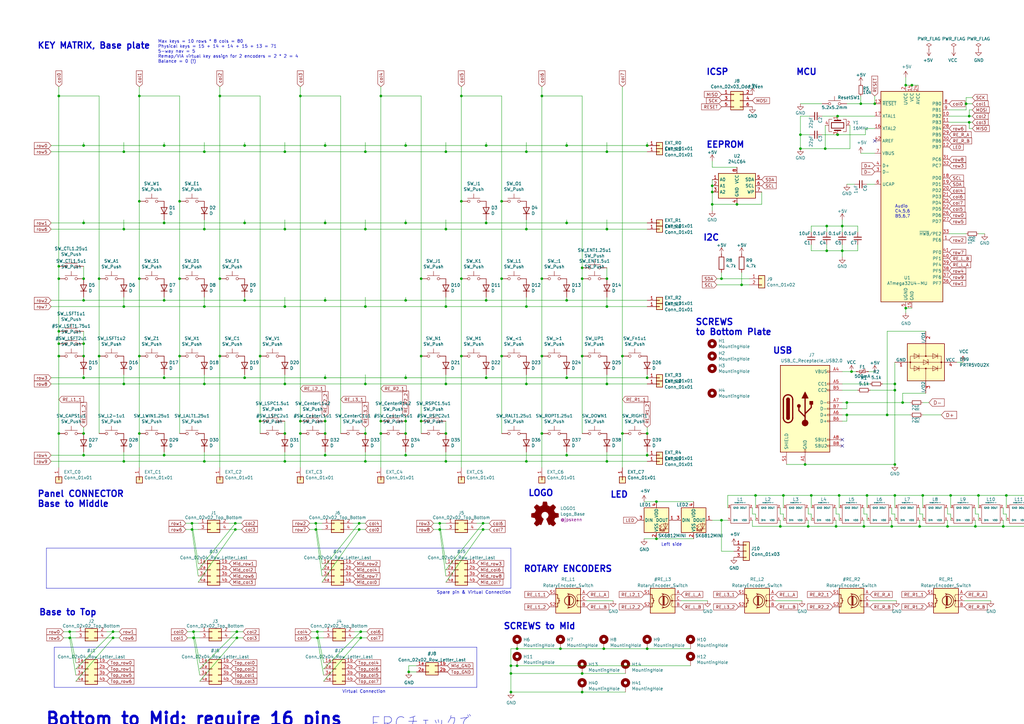
<source format=kicad_sch>
(kicad_sch (version 20230121) (generator eeschema)
  (paper "A3")
  (title_block (title "Sandy") (date "2023-01-04") (rev "v.0") (company "@jpskenn"))
  (bus_alias "def-a" (members "row0" "row5" "col0" "col1"))
  (junction (at 156.21 177.8))
  (junction (at 389.89 203.2))
  (junction (at 116.84 62.23))
  (junction (at 345.44 92.71))
  (junction (at 34.29 123.19))
  (junction (at 199.39 91.44))
  (junction (at 133.35 154.94))
  (junction (at 248.92 157.48))
  (junction (at 309.88 203.2))
  (junction (at 269.24 205.74))
  (junction (at 304.165 116.84))
  (junction (at 247.65 266.065))
  (junction (at 189.23 146.05))
  (junction (at 238.76 283.845))
  (junction (at 338.455 60.96))
  (junction (at 232.41 91.44))
  (junction (at 78.74 217.17))
  (junction (at 302.26 83.82))
  (junction (at 57.15 146.05))
  (junction (at 166.37 123.19))
  (junction (at 292.1 76.2))
  (junction (at 149.86 189.23))
  (junction (at 215.9 125.73))
  (junction (at 67.31 186.69))
  (junction (at 255.27 146.05))
  (junction (at 321.31 203.2))
  (junction (at 345.44 102.87))
  (junction (at 166.37 186.69))
  (junction (at 347.345 165.1))
  (junction (at 28.575 261.62))
  (junction (at 347.345 170.18))
  (junction (at 411.48 215.9))
  (junction (at 199.39 154.94))
  (junction (at 363.855 170.18))
  (junction (at 156.21 39.37))
  (junction (at 40.64 146.05))
  (junction (at 133.35 123.19))
  (junction (at 222.25 177.8))
  (junction (at 57.15 114.3))
  (junction (at 353.06 42.545))
  (junction (at 40.64 114.3))
  (junction (at 229.87 266.065))
  (junction (at 166.37 154.94))
  (junction (at 106.68 172.72))
  (junction (at 28.575 259.08))
  (junction (at 100.33 123.19))
  (junction (at 79.375 261.62))
  (junction (at 166.37 59.69))
  (junction (at 182.88 125.73))
  (junction (at 116.84 93.98))
  (junction (at 50.8 93.98))
  (junction (at 79.375 259.08))
  (junction (at 445.77 215.9))
  (junction (at 367.03 190.5))
  (junction (at 354.33 215.9))
  (junction (at 182.88 93.98))
  (junction (at 116.84 125.73))
  (junction (at 199.39 123.19))
  (junction (at 457.2 215.9))
  (junction (at 149.86 157.48))
  (junction (at 24.13 109.22))
  (junction (at 198.12 217.17))
  (junction (at 172.72 114.3))
  (junction (at 50.8 189.23))
  (junction (at 90.17 39.37))
  (junction (at 34.29 59.69))
  (junction (at 34.29 177.8))
  (junction (at 50.8 62.23))
  (junction (at 73.66 146.05))
  (junction (at 133.35 172.72))
  (junction (at 328.295 60.96))
  (junction (at 34.29 154.94))
  (junction (at 182.88 157.48))
  (junction (at 116.84 177.8))
  (junction (at 57.15 39.37))
  (junction (at 215.9 93.98))
  (junction (at 367.03 203.2))
  (junction (at 265.43 186.69))
  (junction (at 116.84 189.23))
  (junction (at 215.9 189.23))
  (junction (at 232.41 186.69))
  (junction (at 248.92 114.3))
  (junction (at 50.8 125.73))
  (junction (at 83.82 189.23))
  (junction (at 378.46 203.2))
  (junction (at 90.17 146.05))
  (junction (at 248.92 62.23))
  (junction (at 67.31 91.44))
  (junction (at 238.76 276.225))
  (junction (at 182.88 62.23))
  (junction (at 344.17 203.2))
  (junction (at 328.295 55.245))
  (junction (at 412.75 203.2))
  (junction (at 133.35 177.8))
  (junction (at 83.82 125.73))
  (junction (at 147.32 217.17))
  (junction (at 123.19 172.72))
  (junction (at 34.29 186.69))
  (junction (at 67.31 59.69))
  (junction (at 371.475 34.925))
  (junction (at 295.91 114.3))
  (junction (at 46.355 261.62))
  (junction (at 232.41 123.19))
  (junction (at 232.41 59.69))
  (junction (at 371.475 126.365))
  (junction (at 34.29 91.44))
  (junction (at 222.25 39.37))
  (junction (at 215.9 62.23))
  (junction (at 133.35 186.69))
  (junction (at 397.51 50.165))
  (junction (at 34.29 140.97))
  (junction (at 67.31 154.94))
  (junction (at 100.33 59.69))
  (junction (at 248.92 93.98))
  (junction (at 24.13 135.89))
  (junction (at 396.24 42.545))
  (junction (at 388.62 215.9))
  (junction (at 83.82 157.48))
  (junction (at 480.06 215.9))
  (junction (at 34.29 114.3))
  (junction (at 332.74 203.2))
  (junction (at 133.35 91.44))
  (junction (at 172.72 146.05))
  (junction (at 149.86 177.8))
  (junction (at 367.03 160.02))
  (junction (at 265.43 266.065))
  (junction (at 349.25 152.4))
  (junction (at 292.1 83.82))
  (junction (at 100.33 154.94))
  (junction (at 205.74 146.05))
  (junction (at 24.13 140.97))
  (junction (at 97.155 259.08))
  (junction (at 147.955 261.62))
  (junction (at 468.63 215.9))
  (junction (at 458.47 203.2))
  (junction (at 100.33 91.44))
  (junction (at 116.84 157.48))
  (junction (at 149.86 93.98))
  (junction (at 166.37 172.72))
  (junction (at 180.34 217.17))
  (junction (at 342.9 215.9))
  (junction (at 248.92 125.73))
  (junction (at 123.19 177.8))
  (junction (at 292.1 78.74))
  (junction (at 167.64 275.59))
  (junction (at 435.61 203.2))
  (junction (at 182.88 189.23))
  (junction (at 269.24 220.98))
  (junction (at 330.2 190.5))
  (junction (at 166.37 91.44))
  (junction (at 209.55 283.845))
  (junction (at 469.9 203.2))
  (junction (at 401.32 203.2))
  (junction (at 209.55 273.05))
  (junction (at 422.91 215.9))
  (junction (at 147.32 214.63))
  (junction (at 424.18 203.2))
  (junction (at 209.55 276.225))
  (junction (at 96.52 214.63))
  (junction (at 205.74 114.3))
  (junction (at 358.775 42.545))
  (junction (at 377.19 215.9))
  (junction (at 24.13 177.8))
  (junction (at 73.66 82.55))
  (junction (at 238.76 114.3))
  (junction (at 50.8 157.48))
  (junction (at 232.41 154.94))
  (junction (at 365.76 215.9))
  (junction (at 222.25 114.3))
  (junction (at 24.13 146.05))
  (junction (at 149.86 125.73))
  (junction (at 149.86 62.23))
  (junction (at 265.43 177.8))
  (junction (at 295.91 213.36))
  (junction (at 90.17 114.3))
  (junction (at 400.05 215.9))
  (junction (at 156.21 172.72))
  (junction (at 57.15 177.8))
  (junction (at 97.155 261.62))
  (junction (at 212.09 266.065))
  (junction (at 172.72 172.72))
  (junction (at 205.74 82.55))
  (junction (at 370.205 165.1))
  (junction (at 129.54 214.63))
  (junction (at 343.535 47.625))
  (junction (at 199.39 59.69))
  (junction (at 367.03 157.48))
  (junction (at 320.04 215.9))
  (junction (at 83.82 62.23))
  (junction (at 248.92 189.23))
  (junction (at 238.76 109.855))
  (junction (at 189.23 39.37))
  (junction (at 129.54 217.17))
  (junction (at 34.29 146.05))
  (junction (at 106.68 146.05))
  (junction (at 96.52 217.17))
  (junction (at 182.88 177.8))
  (junction (at 374.015 34.925))
  (junction (at 83.82 93.98))
  (junction (at 130.175 259.08))
  (junction (at 133.35 59.69))
  (junction (at 46.355 259.08))
  (junction (at 222.25 146.05))
  (junction (at 215.9 157.48))
  (junction (at 447.04 203.2))
  (junction (at 255.27 177.8))
  (junction (at 339.09 102.87))
  (junction (at 331.47 215.9))
  (junction (at 343.535 55.245))
  (junction (at 67.31 123.19))
  (junction (at 355.6 203.2))
  (junction (at 189.23 82.55))
  (junction (at 189.23 114.3))
  (junction (at 166.37 177.8))
  (junction (at 265.43 59.69))
  (junction (at 73.66 114.3))
  (junction (at 212.09 273.05))
  (junction (at 24.13 114.3))
  (junction (at 57.15 82.55))
  (junction (at 434.34 215.9))
  (junction (at 147.955 259.08))
  (junction (at 78.74 214.63))
  (junction (at 265.43 154.94))
  (junction (at 339.09 92.71))
  (junction (at 123.19 39.37))
  (junction (at 130.175 261.62))
  (junction (at 180.34 214.63))
  (junction (at 24.13 39.37))
  (junction (at 238.76 146.05))
  (junction (at 397.51 47.625))
  (junction (at 198.12 214.63))
  (no_connect (at 345.44 180.34))
  (no_connect (at 345.44 182.88))
  (no_connect (at 358.775 57.785))
  (wire (pts (xy 20.955 186.69) (xy 34.29 186.69)))
  (wire (pts (xy 321.31 203.2) (xy 321.31 208.28)))
  (wire (pts (xy 238.76 276.225) (xy 209.55 276.225)))
  (wire (pts (xy 199.39 90.17) (xy 199.39 91.44)))
  (wire (pts (xy 353.06 39.37) (xy 353.06 42.545)))
  (wire (pts (xy 345.44 90.17) (xy 345.44 92.71)))
  (wire (pts (xy 129.54 217.17) (xy 132.08 217.17)))
  (polyline (pts (xy 19.05 224.79) (xy 209.55 224.79)))
  (wire (pts (xy 50.8 93.98) (xy 83.82 93.98)))
  (wire (pts (xy 132.08 233.68) (xy 147.32 214.63)))
  (wire (pts (xy 457.2 213.36) (xy 457.2 215.9)))
  (wire (pts (xy 182.88 93.98) (xy 215.9 93.98)))
  (wire (pts (xy 144.78 217.17) (xy 147.32 217.17)))
  (wire (pts (xy 182.88 233.68) (xy 198.12 214.63)))
  (wire (pts (xy 247.65 266.065) (xy 229.87 266.065)))
  (wire (pts (xy 116.84 93.98) (xy 149.86 93.98)))
  (wire (pts (xy 20.955 189.23) (xy 50.8 189.23)))
  (wire (pts (xy 356.87 160.02) (xy 367.03 160.02)))
  (wire (pts (xy 24.13 35.56) (xy 24.13 39.37)))
  (wire (pts (xy 81.915 276.86) (xy 79.375 261.62)))
  (wire (pts (xy 100.33 153.67) (xy 100.33 154.94)))
  (wire (pts (xy 31.115 279.4) (xy 46.355 261.62)))
  (wire (pts (xy 332.74 102.87) (xy 339.09 102.87)))
  (wire (pts (xy 133.35 121.92) (xy 133.35 123.19)))
  (wire (pts (xy 292.1 83.82) (xy 302.26 83.82)))
  (wire (pts (xy 34.29 175.26) (xy 34.29 177.8)))
  (wire (pts (xy 34.29 135.89) (xy 34.29 140.97)))
  (wire (pts (xy 294.005 114.3) (xy 295.91 114.3)))
  (wire (pts (xy 332.74 210.82) (xy 332.74 213.36)))
  (wire (pts (xy 67.31 123.19) (xy 100.33 123.19)))
  (wire (pts (xy 396.24 42.545) (xy 398.78 42.545)))
  (wire (pts (xy 435.61 210.82) (xy 435.61 213.36)))
  (wire (pts (xy 182.88 58.42) (xy 182.88 62.23)))
  (wire (pts (xy 400.05 208.28) (xy 400.05 210.82)))
  (wire (pts (xy 345.44 170.18) (xy 347.345 170.18)))
  (wire (pts (xy 396.24 95.885) (xy 389.255 95.885)))
  (wire (pts (xy 320.04 208.28) (xy 320.04 210.82)))
  (wire (pts (xy 182.88 189.23) (xy 182.88 185.42)))
  (wire (pts (xy 132.715 271.78) (xy 130.175 259.08)))
  (wire (pts (xy 232.41 123.19) (xy 265.43 123.19)))
  (wire (pts (xy 147.32 214.63) (xy 149.86 214.63)))
  (wire (pts (xy 377.19 213.36) (xy 377.19 215.9)))
  (wire (pts (xy 116.84 125.73) (xy 149.86 125.73)))
  (wire (pts (xy 298.45 203.2) (xy 309.88 203.2)))
  (wire (pts (xy 434.34 210.82) (xy 435.61 210.82)))
  (wire (pts (xy 392.43 148.59) (xy 394.97 148.59)))
  (wire (pts (xy 24.13 39.37) (xy 40.64 39.37)))
  (wire (pts (xy 166.37 186.69) (xy 232.41 186.69)))
  (wire (pts (xy 388.62 213.36) (xy 388.62 215.9)))
  (wire (pts (xy 378.46 210.82) (xy 378.46 213.36)))
  (wire (pts (xy 172.72 39.37) (xy 172.72 114.3)))
  (wire (pts (xy 96.52 214.63) (xy 99.06 214.63)))
  (wire (pts (xy 355.6 210.82) (xy 355.6 213.36)))
  (wire (pts (xy 81.915 271.78) (xy 79.375 259.08)))
  (wire (pts (xy 139.7 39.37) (xy 139.7 177.8)))
  (wire (pts (xy 81.28 231.14) (xy 78.74 214.63)))
  (wire (pts (xy 265.43 93.98) (xy 248.92 93.98)))
  (wire (pts (xy 127 217.17) (xy 129.54 217.17)))
  (wire (pts (xy 345.44 167.64) (xy 347.345 167.64)))
  (wire (pts (xy 400.05 210.82) (xy 401.32 210.82)))
  (wire (pts (xy 283.21 273.05) (xy 212.09 273.05)))
  (wire (pts (xy 401.32 203.2) (xy 401.32 208.28)))
  (wire (pts (xy 209.55 283.845) (xy 238.76 283.845)))
  (wire (pts (xy 34.29 186.69) (xy 67.31 186.69)))
  (wire (pts (xy 351.79 102.87) (xy 351.79 100.33)))
  (wire (pts (xy 81.28 233.68) (xy 96.52 214.63)))
  (wire (pts (xy 40.64 114.3) (xy 40.64 146.05)))
  (wire (pts (xy 349.25 152.4) (xy 351.155 152.4)))
  (wire (pts (xy 371.475 128.27) (xy 371.475 126.365)))
  (wire (pts (xy 100.33 90.17) (xy 100.33 91.44)))
  (wire (pts (xy 412.75 203.2) (xy 424.18 203.2)))
  (wire (pts (xy 238.76 283.845) (xy 256.54 283.845)))
  (wire (pts (xy 398.78 52.705) (xy 397.51 52.705)))
  (wire (pts (xy 156.21 39.37) (xy 156.21 172.72)))
  (wire (pts (xy 144.78 214.63) (xy 147.32 214.63)))
  (wire (pts (xy 332.74 92.71) (xy 339.09 92.71)))
  (wire (pts (xy 133.35 58.42) (xy 133.35 59.69)))
  (wire (pts (xy 20.955 91.44) (xy 34.29 91.44)))
  (wire (pts (xy 347.345 165.1) (xy 347.345 167.64)))
  (wire (pts (xy 265.43 266.065) (xy 247.65 266.065)))
  (wire (pts (xy 232.41 59.69) (xy 265.43 59.69)))
  (wire (pts (xy 331.47 208.28) (xy 331.47 210.82)))
  (wire (pts (xy 189.23 39.37) (xy 189.23 82.55)))
  (wire (pts (xy 328.295 60.96) (xy 338.455 60.96)))
  (wire (pts (xy 322.58 190.5) (xy 330.2 190.5)))
  (wire (pts (xy 388.62 215.9) (xy 400.05 215.9)))
  (wire (pts (xy 100.33 123.19) (xy 133.35 123.19)))
  (wire (pts (xy 177.8 217.17) (xy 180.34 217.17)))
  (wire (pts (xy 358.775 39.37) (xy 358.775 42.545)))
  (wire (pts (xy 50.8 157.48) (xy 83.82 157.48)))
  (wire (pts (xy 331.47 213.36) (xy 331.47 215.9)))
  (wire (pts (xy 229.87 266.065) (xy 212.09 266.065)))
  (wire (pts (xy 73.66 82.55) (xy 73.66 114.3)))
  (polyline (pts (xy 195.58 265.43) (xy 195.58 281.94)))
  (wire (pts (xy 401.32 203.2) (xy 412.75 203.2)))
  (wire (pts (xy 358.775 62.865) (xy 353.06 62.865)))
  (wire (pts (xy 468.63 208.28) (xy 468.63 210.82)))
  (wire (pts (xy 73.66 146.05) (xy 73.66 177.8)))
  (wire (pts (xy 116.84 62.23) (xy 149.86 62.23)))
  (wire (pts (xy 209.55 266.065) (xy 209.55 273.05)))
  (wire (pts (xy 295.91 114.3) (xy 307.34 114.3)))
  (wire (pts (xy 20.955 62.23) (xy 50.8 62.23)))
  (wire (pts (xy 238.76 109.855) (xy 238.76 114.3)))
  (wire (pts (xy 147.32 217.17) (xy 149.86 217.17)))
  (wire (pts (xy 269.24 220.98) (xy 284.48 220.98)))
  (wire (pts (xy 116.84 157.48) (xy 149.86 157.48)))
  (wire (pts (xy 166.37 123.19) (xy 199.39 123.19)))
  (wire (pts (xy 344.17 210.82) (xy 344.17 213.36)))
  (wire (pts (xy 367.03 148.59) (xy 367.03 157.48)))
  (wire (pts (xy 129.54 214.63) (xy 132.08 214.63)))
  (wire (pts (xy 50.8 125.73) (xy 83.82 125.73)))
  (wire (pts (xy 248.92 58.42) (xy 248.92 62.23)))
  (wire (pts (xy 149.86 58.42) (xy 149.86 62.23)))
  (wire (pts (xy 57.15 177.8) (xy 57.15 191.77)))
  (wire (pts (xy 248.92 185.42) (xy 248.92 189.23)))
  (wire (pts (xy 445.77 208.28) (xy 445.77 210.82)))
  (wire (pts (xy 83.82 125.73) (xy 116.84 125.73)))
  (wire (pts (xy 20.955 123.19) (xy 34.29 123.19)))
  (wire (pts (xy 172.72 114.3) (xy 172.72 146.05)))
  (wire (pts (xy 320.04 213.36) (xy 320.04 215.9)))
  (wire (pts (xy 292.1 76.2) (xy 292.1 78.74)))
  (wire (pts (xy 371.475 31.75) (xy 371.475 34.925)))
  (wire (pts (xy 238.76 146.05) (xy 238.76 177.8)))
  (wire (pts (xy 396.24 45.085) (xy 396.24 42.545)))
  (wire (pts (xy 344.17 203.2) (xy 344.17 208.28)))
  (wire (pts (xy 363.855 170.18) (xy 373.38 170.18)))
  (wire (pts (xy 458.47 210.82) (xy 458.47 213.36)))
  (wire (pts (xy 328.295 55.245) (xy 332.105 55.245)))
  (wire (pts (xy 378.46 170.18) (xy 386.08 170.18)))
  (wire (pts (xy 199.39 153.67) (xy 199.39 154.94)))
  (wire (pts (xy 248.92 121.92) (xy 248.92 125.73)))
  (wire (pts (xy 130.175 259.08) (xy 132.715 259.08)))
  (wire (pts (xy 78.74 214.63) (xy 81.28 214.63)))
  (polyline (pts (xy 22.225 281.94) (xy 195.58 281.94)))
  (wire (pts (xy 150.495 261.62) (xy 147.955 261.62)))
  (wire (pts (xy 389.89 210.82) (xy 389.89 213.36)))
  (wire (pts (xy 83.82 93.98) (xy 116.84 93.98)))
  (wire (pts (xy 251.46 246.38) (xy 240.665 246.38)))
  (wire (pts (xy 81.915 274.32) (xy 97.155 259.08)))
  (wire (pts (xy 166.37 59.69) (xy 166.37 58.42)))
  (wire (pts (xy 358.775 52.705) (xy 354.965 52.705)))
  (wire (pts (xy 205.74 146.05) (xy 205.74 177.8)))
  (wire (pts (xy 166.37 90.17) (xy 166.37 91.44)))
  (wire (pts (xy 331.47 210.82) (xy 332.74 210.82)))
  (wire (pts (xy 34.29 91.44) (xy 67.31 91.44)))
  (wire (pts (xy 97.155 261.62) (xy 94.615 261.62)))
  (wire (pts (xy 116.84 121.92) (xy 116.84 125.73)))
  (wire (pts (xy 354.33 210.82) (xy 355.6 210.82)))
  (wire (pts (xy 24.13 146.05) (xy 24.13 177.8)))
  (wire (pts (xy 265.43 186.69) (xy 265.43 185.42)))
  (wire (pts (xy 309.88 210.82) (xy 309.88 213.36)))
  (wire (pts (xy 255.27 177.8) (xy 255.27 191.77)))
  (wire (pts (xy 67.31 90.17) (xy 67.31 91.44)))
  (wire (pts (xy 353.06 42.545) (xy 358.775 42.545)))
  (wire (pts (xy 345.44 160.02) (xy 351.79 160.02)))
  (wire (pts (xy 81.28 236.22) (xy 78.74 217.17)))
  (wire (pts (xy 76.835 261.62) (xy 79.375 261.62)))
  (wire (pts (xy 182.88 189.23) (xy 215.9 189.23)))
  (wire (pts (xy 209.55 273.05) (xy 209.55 276.225)))
  (wire (pts (xy 330.2 190.5) (xy 367.03 190.5)))
  (wire (pts (xy 347.345 172.72) (xy 345.44 172.72)))
  (wire (pts (xy 50.8 121.92) (xy 50.8 125.73)))
  (wire (pts (xy 90.17 35.56) (xy 90.17 39.37)))
  (wire (pts (xy 292.1 68.58) (xy 302.26 68.58)))
  (wire (pts (xy 343.535 55.245) (xy 337.185 55.245)))
  (wire (pts (xy 435.61 203.2) (xy 447.04 203.2)))
  (wire (pts (xy 424.18 203.2) (xy 435.61 203.2)))
  (wire (pts (xy 132.715 276.86) (xy 130.175 261.62)))
  (wire (pts (xy 328.295 55.245) (xy 328.295 60.96)))
  (wire (pts (xy 265.43 58.42) (xy 265.43 59.69)))
  (wire (pts (xy 116.84 172.72) (xy 116.84 177.8)))
  (wire (pts (xy 24.13 39.37) (xy 24.13 109.22)))
  (wire (pts (xy 374.015 34.925) (xy 376.555 34.925)))
  (wire (pts (xy 100.33 121.92) (xy 100.33 123.19)))
  (wire (pts (xy 46.355 261.62) (xy 43.815 261.62)))
  (wire (pts (xy 156.21 172.72) (xy 156.21 177.8)))
  (wire (pts (xy 447.04 210.82) (xy 447.04 213.36)))
  (wire (pts (xy 345.44 100.33) (xy 345.44 102.87)))
  (wire (pts (xy 397.51 47.625) (xy 397.51 45.085)))
  (wire (pts (xy 96.52 217.17) (xy 99.06 217.17)))
  (wire (pts (xy 447.04 203.2) (xy 447.04 208.28)))
  (wire (pts (xy 90.17 146.05) (xy 90.17 191.77)))
  (wire (pts (xy 67.31 59.69) (xy 100.33 59.69)))
  (wire (pts (xy 149.86 157.48) (xy 182.88 157.48)))
  (wire (pts (xy 50.8 58.42) (xy 50.8 62.23)))
  (wire (pts (xy 24.13 140.97) (xy 24.13 146.05)))
  (wire (pts (xy 100.33 91.44) (xy 133.35 91.44)))
  (wire (pts (xy 355.6 75.565) (xy 358.775 75.565)))
  (wire (pts (xy 367.03 203.2) (xy 367.03 208.28)))
  (wire (pts (xy 292.1 66.04) (xy 292.1 68.58)))
  (wire (pts (xy 156.21 191.77) (xy 156.21 177.8)))
  (wire (pts (xy 147.955 261.62) (xy 145.415 261.62)))
  (wire (pts (xy 480.06 213.36) (xy 480.06 215.9)))
  (wire (pts (xy 379.73 161.29) (xy 370.205 161.29)))
  (wire (pts (xy 342.9 213.36) (xy 342.9 215.9)))
  (wire (pts (xy 331.47 215.9) (xy 342.9 215.9)))
  (wire (pts (xy 328.93 246.38) (xy 318.135 246.38)))
  (wire (pts (xy 83.82 153.67) (xy 83.82 157.48)))
  (wire (pts (xy 397.51 47.625) (xy 398.78 47.625)))
  (wire (pts (xy 182.88 157.48) (xy 215.9 157.48)))
  (wire (pts (xy 50.8 189.23) (xy 50.8 185.42)))
  (wire (pts (xy 447.04 203.2) (xy 458.47 203.2)))
  (wire (pts (xy 232.41 121.92) (xy 232.41 123.19)))
  (wire (pts (xy 378.46 203.2) (xy 378.46 208.28)))
  (wire (pts (xy 73.66 39.37) (xy 57.15 39.37)))
  (wire (pts (xy 238.76 39.37) (xy 238.76 109.855)))
  (wire (pts (xy 67.31 186.69) (xy 133.35 186.69)))
  (wire (pts (xy 248.92 90.17) (xy 248.92 93.98)))
  (wire (pts (xy 57.15 146.05) (xy 57.15 177.8)))
  (wire (pts (xy 339.09 92.71) (xy 345.44 92.71)))
  (wire (pts (xy 358.775 152.4) (xy 356.235 152.4)))
  (wire (pts (xy 400.05 213.36) (xy 400.05 215.9)))
  (wire (pts (xy 166.37 154.94) (xy 199.39 154.94)))
  (wire (pts (xy 133.35 170.815) (xy 133.35 172.72)))
  (wire (pts (xy 177.8 214.63) (xy 180.34 214.63)))
  (wire (pts (xy 20.955 157.48) (xy 50.8 157.48)))
  (wire (pts (xy 149.86 62.23) (xy 182.88 62.23)))
  (wire (pts (xy 468.63 215.9) (xy 480.06 215.9)))
  (wire (pts (xy 34.29 123.19) (xy 67.31 123.19)))
  (wire (pts (xy 308.61 213.36) (xy 308.61 215.9)))
  (wire (pts (xy 149.86 121.92) (xy 149.86 125.73)))
  (wire (pts (xy 139.7 39.37) (xy 123.19 39.37)))
  (wire (pts (xy 147.955 259.08) (xy 150.495 259.08)))
  (wire (pts (xy 215.9 157.48) (xy 248.92 157.48)))
  (wire (pts (xy 292.1 73.66) (xy 292.1 76.2)))
  (wire (pts (xy 31.115 274.32) (xy 46.355 259.08)))
  (wire (pts (xy 76.2 217.17) (xy 78.74 217.17)))
  (wire (pts (xy 457.2 210.82) (xy 458.47 210.82)))
  (wire (pts (xy 378.46 203.2) (xy 389.89 203.2)))
  (wire (pts (xy 401.32 210.82) (xy 401.32 213.36)))
  (wire (pts (xy 367.03 160.02) (xy 367.03 190.5)))
  (wire (pts (xy 265.43 153.67) (xy 265.43 154.94)))
  (wire (pts (xy 339.09 92.71) (xy 339.09 95.25)))
  (wire (pts (xy 81.28 238.76) (xy 96.52 217.17)))
  (wire (pts (xy 106.68 172.72) (xy 106.68 177.8)))
  (wire (pts (xy 232.41 185.42) (xy 232.41 186.69)))
  (wire (pts (xy 205.74 114.3) (xy 205.74 146.05)))
  (wire (pts (xy 73.66 39.37) (xy 73.66 82.55)))
  (wire (pts (xy 28.575 261.62) (xy 31.115 261.62)))
  (wire (pts (xy 182.88 153.67) (xy 182.88 157.48)))
  (wire (pts (xy 367.03 210.82) (xy 367.03 213.36)))
  (wire (pts (xy 345.44 152.4) (xy 349.25 152.4)))
  (wire (pts (xy 156.21 35.56) (xy 156.21 39.37)))
  (wire (pts (xy 189.23 35.56) (xy 189.23 39.37)))
  (wire (pts (xy 295.91 213.36) (xy 298.45 213.36)))
  (wire (pts (xy 365.76 213.36) (xy 365.76 215.9)))
  (wire (pts (xy 345.44 102.87) (xy 351.79 102.87)))
  (wire (pts (xy 411.48 210.82) (xy 412.75 210.82)))
  (wire (pts (xy 182.88 62.23) (xy 215.9 62.23)))
  (wire (pts (xy 397.51 50.165) (xy 398.78 50.165)))
  (wire (pts (xy 295.91 111.76) (xy 295.91 114.3)))
  (wire (pts (xy 48.895 261.62) (xy 46.355 261.62)))
  (wire (pts (xy 132.715 274.32) (xy 147.955 259.08)))
  (wire (pts (xy 166.37 172.72) (xy 166.37 177.8)))
  (wire (pts (xy 457.2 215.9) (xy 468.63 215.9)))
  (wire (pts (xy 149.86 185.42) (xy 149.86 189.23)))
  (wire (pts (xy 347.345 170.18) (xy 347.345 172.72)))
  (wire (pts (xy 371.475 34.925) (xy 374.015 34.925)))
  (wire (pts (xy 205.74 82.55) (xy 205.74 114.3)))
  (wire (pts (xy 93.98 214.63) (xy 96.52 214.63)))
  (polyline (pts (xy 19.05 224.79) (xy 19.05 241.3)))
  (wire (pts (xy 132.08 236.22) (xy 129.54 217.17)))
  (wire (pts (xy 116.84 185.42) (xy 116.84 189.23)))
  (wire (pts (xy 370.205 165.1) (xy 373.38 165.1)))
  (wire (pts (xy 238.76 114.3) (xy 238.76 146.05)))
  (wire (pts (xy 133.35 153.67) (xy 133.35 154.94)))
  (wire (pts (xy 83.82 157.48) (xy 116.84 157.48)))
  (wire (pts (xy 354.33 213.36) (xy 354.33 215.9)))
  (wire (pts (xy 411.48 215.9) (xy 422.91 215.9)))
  (wire (pts (xy 127 214.63) (xy 129.54 214.63)))
  (wire (pts (xy 232.41 90.17) (xy 232.41 91.44)))
  (wire (pts (xy 309.88 203.2) (xy 309.88 208.28)))
  (wire (pts (xy 199.39 123.19) (xy 232.41 123.19)))
  (wire (pts (xy 215.9 58.42) (xy 215.9 62.23)))
  (wire (pts (xy 355.6 203.2) (xy 367.03 203.2)))
  (wire (pts (xy 370.205 161.29) (xy 370.205 165.1)))
  (wire (pts (xy 149.86 189.23) (xy 182.88 189.23)))
  (wire (pts (xy 189.23 114.3) (xy 189.23 146.05)))
  (wire (pts (xy 389.255 47.625) (xy 397.51 47.625)))
  (wire (pts (xy 199.39 59.69) (xy 232.41 59.69)))
  (wire (pts (xy 412.75 203.2) (xy 412.75 208.28)))
  (wire (pts (xy 50.8 90.17) (xy 50.8 93.98)))
  (wire (pts (xy 172.72 146.05) (xy 172.72 172.72)))
  (wire (pts (xy 123.19 39.37) (xy 123.19 172.72)))
  (wire (pts (xy 50.8 153.67) (xy 50.8 157.48)))
  (wire (pts (xy 328.295 47.625) (xy 328.295 55.245)))
  (wire (pts (xy 130.175 261.62) (xy 132.715 261.62)))
  (wire (pts (xy 422.91 210.82) (xy 424.18 210.82)))
  (wire (pts (xy 265.43 175.26) (xy 265.43 177.8)))
  (wire (pts (xy 43.815 259.08) (xy 46.355 259.08)))
  (wire (pts (xy 26.035 259.08) (xy 28.575 259.08)))
  (wire (pts (xy 292.1 83.82) (xy 292.1 86.36)))
  (wire (pts (xy 34.29 153.67) (xy 34.29 154.94)))
  (wire (pts (xy 469.9 203.2) (xy 483.87 203.2)))
  (wire (pts (xy 361.95 157.48) (xy 367.03 157.48)))
  (wire (pts (xy 422.91 208.28) (xy 422.91 210.82)))
  (wire (pts (xy 367.03 203.2) (xy 378.46 203.2)))
  (polyline (pts (xy 18.9407 241.3) (xy 209.55 241.3)))
  (wire (pts (xy 198.12 214.63) (xy 200.66 214.63)))
  (wire (pts (xy 166.37 59.69) (xy 199.39 59.69)))
  (wire (pts (xy 356.87 157.48) (xy 345.44 157.48)))
  (wire (pts (xy 57.15 114.3) (xy 57.15 146.05)))
  (wire (pts (xy 348.615 60.96) (xy 338.455 60.96)))
  (wire (pts (xy 34.29 58.42) (xy 34.29 59.69)))
  (wire (pts (xy 205.74 39.37) (xy 205.74 82.55)))
  (wire (pts (xy 180.34 217.17) (xy 182.88 217.17)))
  (wire (pts (xy 389.255 50.165) (xy 397.51 50.165)))
  (wire (pts (xy 339.09 100.33) (xy 339.09 102.87)))
  (wire (pts (xy 215.9 185.42) (xy 215.9 189.23)))
  (wire (pts (xy 337.185 47.625) (xy 343.535 47.625)))
  (wire (pts (xy 24.13 177.8) (xy 24.13 191.77)))
  (wire (pts (xy 367.03 157.48) (xy 367.03 160.02)))
  (wire (pts (xy 232.41 186.69) (xy 265.43 186.69)))
  (wire (pts (xy 396.24 40.005) (xy 396.24 42.545)))
  (wire (pts (xy 222.25 39.37) (xy 222.25 114.3)))
  (wire (pts (xy 166.37 153.67) (xy 166.37 154.94)))
  (wire (pts (xy 123.19 177.8) (xy 123.19 191.77)))
  (wire (pts (xy 34.29 121.92) (xy 34.29 123.19)))
  (wire (pts (xy 67.31 154.94) (xy 100.33 154.94)))
  (wire (pts (xy 351.79 92.71) (xy 351.79 95.25)))
  (wire (pts (xy 344.17 203.2) (xy 355.6 203.2)))
  (wire (pts (xy 365.76 210.82) (xy 367.03 210.82)))
  (wire (pts (xy 469.9 210.82) (xy 469.9 213.36)))
  (wire (pts (xy 127.635 259.08) (xy 130.175 259.08)))
  (wire (pts (xy 73.66 114.3) (xy 73.66 146.05)))
  (wire (pts (xy 411.48 213.36) (xy 411.48 215.9)))
  (wire (pts (xy 106.68 146.05) (xy 106.68 172.72)))
  (wire (pts (xy 283.21 266.065) (xy 265.43 266.065)))
  (wire (pts (xy 238.76 39.37) (xy 222.25 39.37)))
  (wire (pts (xy 28.575 259.08) (xy 31.115 259.08)))
  (wire (pts (xy 255.27 35.56) (xy 255.27 146.05)))
  (wire (pts (xy 304.165 111.76) (xy 304.165 116.84)))
  (wire (pts (xy 182.88 231.14) (xy 180.34 214.63)))
  (wire (pts (xy 195.58 214.63) (xy 198.12 214.63)))
  (polyline (pts (xy 22.225 265.43) (xy 22.225 281.94)))
  (wire (pts (xy 445.77 210.82) (xy 447.04 210.82)))
  (wire (pts (xy 20.955 125.73) (xy 50.8 125.73)))
  (wire (pts (xy 40.64 146.05) (xy 40.64 177.8)))
  (wire (pts (xy 90.17 39.37) (xy 90.17 114.3)))
  (wire (pts (xy 67.31 91.44) (xy 100.33 91.44)))
  (wire (pts (xy 457.2 208.28) (xy 457.2 210.82)))
  (wire (pts (xy 40.64 39.37) (xy 40.64 114.3)))
  (wire (pts (xy 367.665 246.38) (xy 356.87 246.38)))
  (wire (pts (xy 422.91 213.36) (xy 422.91 215.9)))
  (wire (pts (xy 199.39 154.94) (xy 232.41 154.94)))
  (wire (pts (xy 290.195 246.38) (xy 279.4 246.38)))
  (wire (pts (xy 215.9 121.92) (xy 215.9 125.73)))
  (wire (pts (xy 133.35 186.69) (xy 166.37 186.69)))
  (wire (pts (xy 20.955 154.94) (xy 34.29 154.94)))
  (wire (pts (xy 371.475 126.365) (xy 374.015 126.365)))
  (wire (pts (xy 79.375 259.08) (xy 81.915 259.08)))
  (wire (pts (xy 434.34 208.28) (xy 434.34 210.82)))
  (wire (pts (xy 379.73 135.89) (xy 363.855 135.89)))
  (wire (pts (xy 321.31 203.2) (xy 332.74 203.2)))
  (wire (pts (xy 458.47 203.2) (xy 458.47 208.28)))
  (wire (pts (xy 222.25 114.3) (xy 222.25 146.05)))
  (wire (pts (xy 424.18 203.2) (xy 424.18 208.28)))
  (wire (pts (xy 264.16 205.74) (xy 269.24 205.74)))
  (wire (pts (xy 132.08 231.14) (xy 129.54 214.63)))
  (wire (pts (xy 345.44 165.1) (xy 347.345 165.1)))
  (wire (pts (xy 397.51 45.085) (xy 398.78 45.085)))
  (wire (pts (xy 389.255 45.085) (xy 396.24 45.085)))
  (wire (pts (xy 345.44 92.71) (xy 345.44 95.25)))
  (wire (pts (xy 67.31 58.42) (xy 67.31 59.69)))
  (wire (pts (xy 34.29 185.42) (xy 34.29 186.69)))
  (wire (pts (xy 348.615 51.435) (xy 348.615 60.96)))
  (wire (pts (xy 132.715 279.4) (xy 147.955 261.62)))
  (wire (pts (xy 265.43 157.48) (xy 248.92 157.48)))
  (wire (pts (xy 182.88 238.76) (xy 198.12 217.17)))
  (wire (pts (xy 339.09 102.87) (xy 345.44 102.87)))
  (wire (pts (xy 215.9 125.73) (xy 248.92 125.73)))
  (wire (pts (xy 232.41 58.42) (xy 232.41 59.69)))
  (wire (pts (xy 182.88 236.22) (xy 180.34 217.17)))
  (wire (pts (xy 298.45 208.28) (xy 298.45 203.2)))
  (wire (pts (xy 31.115 271.78) (xy 28.575 259.08)))
  (wire (pts (xy 343.535 47.625) (xy 358.775 47.625)))
  (wire (pts (xy 304.165 116.84) (xy 307.34 116.84)))
  (wire (pts (xy 312.42 78.74) (xy 312.42 83.82)))
  (wire (pts (xy 389.89 203.2) (xy 389.89 208.28)))
  (wire (pts (xy 20.955 93.98) (xy 50.8 93.98)))
  (wire (pts (xy 116.84 153.67) (xy 116.84 157.48)))
  (wire (pts (xy 83.82 189.23) (xy 116.84 189.23)))
  (wire (pts (xy 321.31 210.82) (xy 321.31 213.36)))
  (wire (pts (xy 398.78 40.005) (xy 396.24 40.005)))
  (wire (pts (xy 222.25 146.05) (xy 222.25 177.8)))
  (wire (pts (xy 215.9 153.67) (xy 215.9 157.48)))
  (wire (pts (xy 180.34 214.63) (xy 182.88 214.63)))
  (wire (pts (xy 215.9 93.98) (xy 248.92 93.98)))
  (wire (pts (xy 377.19 208.28) (xy 377.19 210.82)))
  (wire (pts (xy 256.54 276.225) (xy 238.76 276.225)))
  (wire (pts (xy 265.43 189.23) (xy 248.92 189.23)))
  (wire (pts (xy 34.29 140.97) (xy 34.29 146.05)))
  (wire (pts (xy 222.25 177.8) (xy 222.25 191.77)))
  (wire (pts (xy 212.09 266.065) (xy 209.55 266.065)))
  (wire (pts (xy 468.63 210.82) (xy 469.9 210.82)))
  (wire (pts (xy 57.15 35.56) (xy 57.15 39.37)))
  (wire (pts (xy 294.005 116.84) (xy 304.165 116.84)))
  (wire (pts (xy 434.34 213.36) (xy 434.34 215.9)))
  (wire (pts (xy 332.74 95.25) (xy 332.74 92.71)))
  (wire (pts (xy 189.23 146.05) (xy 189.23 191.77)))
  (wire (pts (xy 308.61 215.9) (xy 320.04 215.9)))
  (wire (pts (xy 411.48 208.28) (xy 411.48 210.82)))
  (wire (pts (xy 76.835 259.08) (xy 79.375 259.08)))
  (wire (pts (xy 133.35 172.72) (xy 133.35 177.8)))
  (wire (pts (xy 320.04 210.82) (xy 321.31 210.82)))
  (wire (pts (xy 116.84 58.42) (xy 116.84 62.23)))
  (wire (pts (xy 149.86 90.17) (xy 149.86 93.98)))
  (wire (pts (xy 20.955 59.69) (xy 34.29 59.69)))
  (wire (pts (xy 400.05 215.9) (xy 411.48 215.9)))
  (wire (pts (xy 342.9 210.82) (xy 344.17 210.82)))
  (wire (pts (xy 232.41 91.44) (xy 265.43 91.44)))
  (wire (pts (xy 93.98 217.17) (xy 96.52 217.17)))
  (wire (pts (xy 199.39 91.44) (xy 232.41 91.44)))
  (wire (pts (xy 355.6 203.2) (xy 355.6 208.28)))
  (wire (pts (xy 46.355 259.08) (xy 48.895 259.08)))
  (wire (pts (xy 389.89 203.2) (xy 401.32 203.2)))
  (wire (pts (xy 149.86 93.98) (xy 182.88 93.98)))
  (wire (pts (xy 332.74 102.87) (xy 332.74 100.33)))
  (wire (pts (xy 172.72 39.37) (xy 156.21 39.37)))
  (wire (pts (xy 166.37 170.815) (xy 166.37 172.72)))
  (wire (pts (xy 309.88 203.2) (xy 321.31 203.2)))
  (wire (pts (xy 170.815 273.05) (xy 167.64 273.05)))
  (wire (pts (xy 406.4 246.38) (xy 395.605 246.38)))
  (wire (pts (xy 205.74 39.37) (xy 189.23 39.37)))
  (wire (pts (xy 97.155 259.08) (xy 99.695 259.08)))
  (wire (pts (xy 328.295 42.545) (xy 337.185 42.545)))
  (wire (pts (xy 116.84 189.23) (xy 149.86 189.23)))
  (wire (pts (xy 354.33 208.28) (xy 354.33 210.82)))
  (wire (pts (xy 127.635 261.62) (xy 130.175 261.62)))
  (wire (pts (xy 458.47 203.2) (xy 469.9 203.2)))
  (wire (pts (xy 172.72 172.72) (xy 172.72 177.8)))
  (wire (pts (xy 182.88 125.73) (xy 215.9 125.73)))
  (wire (pts (xy 94.615 259.08) (xy 97.155 259.08)))
  (wire (pts (xy 347.345 170.18) (xy 363.855 170.18)))
  (wire (pts (xy 354.965 52.705) (xy 354.965 55.245)))
  (wire (pts (xy 345.44 102.87) (xy 345.44 105.41)))
  (wire (pts (xy 182.88 121.92) (xy 182.88 125.73)))
  (wire (pts (xy 388.62 208.28) (xy 388.62 210.82)))
  (wire (pts (xy 308.61 210.82) (xy 309.88 210.82)))
  (wire (pts (xy 170.815 275.59) (xy 167.64 275.59)))
  (wire (pts (xy 133.35 185.42) (xy 133.35 186.69)))
  (wire (pts (xy 292.1 213.36) (xy 295.91 213.36)))
  (wire (pts (xy 435.61 203.2) (xy 435.61 208.28)))
  (wire (pts (xy 212.09 273.05) (xy 209.55 273.05)))
  (wire (pts (xy 363.855 135.89) (xy 363.855 170.18)))
  (wire (pts (xy 182.88 90.17) (xy 182.88 93.98)))
  (wire (pts (xy 199.39 58.42) (xy 199.39 59.69)))
  (wire (pts (xy 347.345 165.1) (xy 370.205 165.1)))
  (wire (pts (xy 345.44 92.71) (xy 351.79 92.71)))
  (wire (pts (xy 34.29 90.17) (xy 34.29 91.44)))
  (wire (pts (xy 149.86 153.67) (xy 149.86 157.48)))
  (wire (pts (xy 332.105 47.625) (xy 328.295 47.625)))
  (wire (pts (xy 99.695 261.62) (xy 97.155 261.62)))
  (wire (pts (xy 76.2 214.63) (xy 78.74 214.63)))
  (wire (pts (xy 377.19 215.9) (xy 388.62 215.9)))
  (wire (pts (xy 67.31 185.42) (xy 67.31 186.69)))
  (wire (pts (xy 343.535 55.245) (xy 354.965 55.245)))
  (wire (pts (xy 295.91 213.36) (xy 295.91 226.06)))
  (wire (pts (xy 67.31 153.67) (xy 67.31 154.94)))
  (wire (pts (xy 215.9 62.23) (xy 248.92 62.23)))
  (wire (pts (xy 248.92 153.67) (xy 248.92 157.48)))
  (wire (pts (xy 106.68 39.37) (xy 106.68 146.05)))
  (wire (pts (xy 100.33 154.94) (xy 133.35 154.94)))
  (wire (pts (xy 106.68 39.37) (xy 90.17 39.37)))
  (wire (pts (xy 133.35 91.44) (xy 166.37 91.44)))
  (wire (pts (xy 166.37 91.44) (xy 199.39 91.44)))
  (wire (pts (xy 133.35 123.19) (xy 166.37 123.19)))
  (wire (pts (xy 255.27 146.05) (xy 255.27 177.8)))
  (wire (pts (xy 469.9 203.2) (xy 469.9 208.28)))
  (wire (pts (xy 189.23 82.55) (xy 189.23 114.3)))
  (wire (pts (xy 434.34 215.9) (xy 445.77 215.9)))
  (wire (pts (xy 81.915 279.4) (xy 97.155 261.62)))
  (wire (pts (xy 445.77 215.9) (xy 457.2 215.9)))
  (wire (pts (xy 365.76 215.9) (xy 377.19 215.9)))
  (wire (pts (xy 480.06 215.9) (xy 483.87 215.9)))
  (wire (pts (xy 83.82 185.42) (xy 83.82 189.23)))
  (wire (pts (xy 232.41 153.67) (xy 232.41 154.94)))
  (wire (pts (xy 34.29 154.94) (xy 67.31 154.94)))
  (wire (pts (xy 24.13 135.89) (xy 24.13 140.97)))
  (wire (pts (xy 166.37 185.42) (xy 166.37 186.69)))
  (wire (pts (xy 388.62 210.82) (xy 389.89 210.82)))
  (wire (pts (xy 354.33 215.9) (xy 365.76 215.9)))
  (wire (pts (xy 132.08 238.76) (xy 147.32 217.17)))
  (wire (pts (xy 412.75 210.82) (xy 412.75 213.36)))
  (wire (pts (xy 269.24 205.74) (xy 284.48 205.74)))
  (wire (pts (xy 57.15 82.55) (xy 57.15 114.3)))
  (polyline (pts (xy 209.55 224.79) (xy 209.55 241.3)))
  (wire (pts (xy 338.455 51.435) (xy 338.455 60.96)))
  (wire (pts (xy 320.04 215.9) (xy 331.47 215.9)))
  (wire (pts (xy 397.51 52.705) (xy 397.51 50.165)))
  (wire (pts (xy 248.92 109.855) (xy 248.92 114.3)))
  (wire (pts (xy 167.64 273.05) (xy 167.64 275.59)))
  (wire (pts (xy 292.1 78.74) (xy 292.1 83.82)))
  (wire (pts (xy 215.9 189.23) (xy 248.92 189.23)))
  (wire (pts (xy 377.19 210.82) (xy 378.46 210.82)))
  (wire (pts (xy 149.86 175.26) (xy 149.86 177.8)))
  (wire (pts (xy 100.33 59.69) (xy 133.35 59.69)))
  (wire (pts (xy 100.33 58.42) (xy 100.33 59.69)))
  (wire (pts (xy 31.115 276.86) (xy 28.575 261.62)))
  (wire (pts (xy 342.9 208.28) (xy 342.9 210.82)))
  (wire (pts (xy 265.43 62.23) (xy 248.92 62.23)))
  (wire (pts (xy 123.19 172.72) (xy 123.19 177.8)))
  (wire (pts (xy 50.8 189.23) (xy 83.82 189.23)))
  (wire (pts (xy 378.46 165.1) (xy 381 165.1)))
  (wire (pts (xy 182.88 172.72) (xy 182.88 177.8)))
  (wire (pts (xy 342.9 215.9) (xy 354.33 215.9)))
  (wire (pts (xy 445.77 213.36) (xy 445.77 215.9)))
  (wire (pts (xy 26.035 261.62) (xy 28.575 261.62)))
  (wire (pts (xy 209.55 276.225) (xy 209.55 283.845)))
  (wire (pts (xy 34.29 109.22) (xy 34.29 114.3)))
  (wire (pts (xy 149.86 125.73) (xy 182.88 125.73)))
  (wire (pts (xy 308.61 208.28) (xy 308.61 210.82)))
  (wire (pts (xy 403.86 95.885) (xy 401.32 95.885)))
  (wire (pts (xy 332.74 203.2) (xy 332.74 208.28)))
  (wire (pts (xy 83.82 90.17) (xy 83.82 93.98)))
  (wire (pts (xy 347.345 75.565) (xy 350.52 75.565)))
  (wire (pts (xy 83.82 62.23) (xy 116.84 62.23)))
  (wire (pts (xy 312.42 83.82) (xy 302.26 83.82)))
  (wire (pts (xy 300.99 226.06) (xy 295.91 226.06)))
  (wire (pts (xy 195.58 217.17) (xy 198.12 217.17)))
  (wire (pts (xy 422.91 215.9) (xy 434.34 215.9)))
  (wire (pts (xy 468.63 213.36) (xy 468.63 215.9)))
  (wire (pts (xy 215.9 90.17) (xy 215.9 93.98)))
  (wire (pts (xy 222.25 35.56) (xy 222.25 39.37)))
  (wire (pts (xy 145.415 259.08) (xy 147.955 259.08)))
  (wire (pts (xy 133.35 154.94) (xy 166.37 154.94)))
  (wire (pts (xy 232.41 154.94) (xy 265.43 154.94)))
  (wire (pts (xy 67.31 121.92) (xy 67.31 123.19)))
  (wire (pts (xy 24.13 109.22) (xy 24.13 114.3)))
  (wire (pts (xy 133.35 59.69) (xy 166.37 59.69)))
  (wire (pts (xy 90.17 114.3) (xy 90.17 146.05)))
  (wire (pts (xy 123.19 35.56) (xy 123.19 39.37)))
  (wire (pts (xy 424.18 210.82) (xy 424.18 213.36)))
  (wire (pts (xy 198.12 217.17) (xy 200.66 217.17)))
  (wire (pts (xy 83.82 58.42) (xy 83.82 62.23)))
  (wire (pts (xy 199.39 121.92) (xy 199.39 123.19)))
  (wire (pts (xy 332.74 203.2) (xy 344.17 203.2)))
  (wire (pts (xy 50.8 62.23) (xy 83.82 62.23)))
  (wire (pts (xy 116.84 90.17) (xy 116.84 93.98)))
  (wire (pts (xy 347.345 42.545) (xy 353.06 42.545)))
  (wire (pts (xy 34.29 59.69) (xy 67.31 59.69)))
  (wire (pts (xy 57.15 39.37) (xy 57.15 82.55)))
  (wire (pts (xy 166.37 121.92) (xy 166.37 123.19)))
  (wire (pts (xy 248.92 125.73) (xy 265.43 125.73)))
  (wire (pts (xy 133.35 90.17) (xy 133.35 91.44)))
  (wire (pts (xy 83.82 121.92) (xy 83.82 125.73)))
  (polyline (pts (xy 22.225 265.43) (xy 195.58 265.43)))
  (wire (pts (xy 78.74 217.17) (xy 81.28 217.17)))
  (wire (pts (xy 79.375 261.62) (xy 81.915 261.62)))
  (wire (pts (xy 365.76 208.28) (xy 365.76 210.82)))
  (wire (pts (xy 24.13 114.3) (xy 24.13 135.89)))
  (wire (pts (xy 264.16 220.98) (xy 269.24 220.98)))
  (text "SCREWS to Mid" (at 206.375 258.445 0) (effects (font (size 2.54 2.54) (thickness 0.508) bold) (justify left bottom)))
  (text "SCREWS\nto Bottom Plate" (at 285.115 137.795 0) (effects (font (size 2.54 2.54) (thickness 0.508) bold) (justify left bottom)))
  (text "ICSP" (at 289.56 31.115 0) (effects (font (size 2.54 2.54) (thickness 0.508) bold) (justify left bottom)))
  (text "Virtual Connection" (at 140.335 284.48 0) (effects (font (size 1.27 1.27)) (justify left bottom)))
  (text "Spare pin & Virtual Connection" (at 179.07 243.84 0) (effects (font (size 1.27 1.27)) (justify left bottom)))
  (text "Bottom to Mid: require 16 pins\n\nMid to Top: require 12 pins" (at 18.415 314.325 0) (effects (font (size 5.08 5.08) (thickness 1.016) bold) (justify left bottom)))
  (text "Panel CONNECTOR\nBase to Middle" (at 15.24 208.28 0) (effects (font (size 2.54 2.54) (thickness 0.508) bold) (justify left bottom)))
  (text "Audio\nC4,5,6\nB5,6,7" (at 367.03 89.535 0) (effects (font (size 1.27 1.27)) (justify left bottom)))
  (text "MCU" (at 326.39 31.115 0) (effects (font (size 2.54 2.54) (thickness 0.508) bold) (justify left bottom)))
  (text "USB" (at 316.865 145.415 0) (effects (font (size 2.54 2.54) (thickness 0.508) bold) (justify left bottom)))
  (text "LOGO" (at 216.535 203.835 0) (effects (font (size 2.54 2.54) (thickness 0.508) bold) (justify left bottom)))
  (text "EEPROM" (at 289.56 60.96 0) (effects (font (size 2.54 2.54) (thickness 0.508) bold) (justify left bottom)))
  (text "Left side" (at 271.145 224.155 0) (effects (font (size 1.27 1.27)) (justify left bottom)))
  (text "Base to Top" (at 15.875 252.73 0) (effects (font (size 2.54 2.54) (thickness 0.508) bold) (justify left bottom)))
  (text "LED" (at 250.19 204.47 0) (effects (font (size 2.54 2.54) (thickness 0.508) bold) (justify left bottom)))
  (text "ERCチェックで、\nTopとMidのラベルが見つからないのはOK。\n（別プロジェクトでやる）" (at 151.765 316.23 0) (effects (font (size 5.08 5.08)) (justify left bottom)))
  (text "KEY MATRIX, Base plate" (at 15.24 20.32 0) (effects (font (size 2.54 2.54) (thickness 0.508) bold) (justify left bottom)))
  (text "I2C" (at 288.29 99.06 0) (effects (font (size 2.54 2.54) (thickness 0.508) bold) (justify left bottom)))
  (text "ROTARY ENCODERS" (at 214.63 234.95 0) (effects (font (size 2.54 2.54) (thickness 0.508) bold) (justify left bottom)))
  (text "Max keys = 10 rows * 8 cols = 80\nPhysical keys = 15 + 14 + 14 + 15 + 13 = 71\n5-way nav = 5\nRemap/VIA virtual key assign for 2 encoders = 2 * 2 = 4\nBalance = 0 (!)" (at 64.77 26.035 0) (effects (font (size 1.27 1.27)) (justify left bottom)))
  (global_label "col2" (shape input) (at 99.06 214.63 0) (property "Intersheetrefs" "${INTERSHEET_REFS}" (effects hide)) (property "シート間のリファレンス" "${INTERSHEET_REFS}" (effects hide)))
  (global_label "RE_L3_2" (shape input) (at 302.895 248.92 180) (property "Intersheetrefs" "${INTERSHEET_REFS}" (effects hide)) (property "シート間のリファレンス" "${INTERSHEET_REFS}" (effects hide)))
  (global_label "SDA" (shape input) (at 389.255 75.565 0) (property "Intersheetrefs" "${INTERSHEET_REFS}" (effects hide)) (property "シート間のリファレンス" "${INTERSHEET_REFS}" (effects hide)))
  (global_label "row8" (shape input) (at 20.955 157.48 180) (property "Intersheetrefs" "${INTERSHEET_REFS}" (effects hide)) (property "シート間のリファレンス" "${INTERSHEET_REFS}" (effects hide)))
  (global_label "row3" (shape input) (at 20.955 154.94 180) (property "Intersheetrefs" "${INTERSHEET_REFS}" (effects hide)) (property "シート間のリファレンス" "${INTERSHEET_REFS}" (effects hide)))
  (global_label "col4" (shape input) (at 389.255 78.105 0) (property "Intersheetrefs" "${INTERSHEET_REFS}" (effects hide)) (property "シート間のリファレンス" "${INTERSHEET_REFS}" (effects hide)))
  (global_label "col6" (shape input) (at 222.25 35.56 90) (property "Intersheetrefs" "${INTERSHEET_REFS}" (effects hide)) (property "シート間のリファレンス" "${INTERSHEET_REFS}" (effects hide)))
  (global_label "RE_R_A" (shape input) (at 389.255 55.245 0) (property "Intersheetrefs" "${INTERSHEET_REFS}" (effects hide)) (property "シート間のリファレンス" "${INTERSHEET_REFS}" (effects hide)))
  (global_label "RE_L1_1" (shape input) (at 24.13 163.83 0) (property "Intersheetrefs" "${INTERSHEET_REFS}" (effects hide)) (property "シート間のリファレンス" "${INTERSHEET_REFS}" (effects hide)))
  (global_label "SDA" (shape input) (at 312.42 73.66 0) (property "Intersheetrefs" "${INTERSHEET_REFS}" (effects hide)) (property "シート間のリファレンス" "${INTERSHEET_REFS}" (effects hide)))
  (global_label "Mid_row3" (shape input) (at 195.58 231.14 0) (property "Intersheetrefs" "${INTERSHEET_REFS}" (effects hide)) (property "シート間のリファレンス" "${INTERSHEET_REFS}" (effects hide)))
  (global_label "Mid_row6" (shape input) (at 93.98 236.22 0) (property "Intersheetrefs" "${INTERSHEET_REFS}" (effects hide)) (property "シート間のリファレンス" "${INTERSHEET_REFS}" (effects hide)))
  (global_label "Mid_col0" (shape input) (at 144.78 238.76 0) (property "Intersheetrefs" "${INTERSHEET_REFS}" (effects hide)) (property "シート間のリファレンス" "${INTERSHEET_REFS}" (effects hide)))
  (global_label "col4" (shape input) (at 156.21 35.56 90) (property "Intersheetrefs" "${INTERSHEET_REFS}" (effects hide)) (property "シート間のリファレンス" "${INTERSHEET_REFS}" (effects hide)))
  (global_label "Mid_col4" (shape input) (at 144.78 233.68 0) (property "Intersheetrefs" "${INTERSHEET_REFS}" (effects hide)) (property "シート間のリファレンス" "${INTERSHEET_REFS}" (effects hide)))
  (global_label "row6" (shape input) (at 389.255 52.705 0) (property "Intersheetrefs" "${INTERSHEET_REFS}" (effects hide)) (property "シート間のリファレンス" "${INTERSHEET_REFS}" (effects hide)))
  (global_label "RE_L3_1" (shape input) (at 302.895 243.84 180) (property "Intersheetrefs" "${INTERSHEET_REFS}" (effects hide)) (property "シート間のリファレンス" "${INTERSHEET_REFS}" (effects hide)))
  (global_label "RE_L1_2" (shape input) (at 225.425 248.92 180) (property "Intersheetrefs" "${INTERSHEET_REFS}" (effects hide)) (property "シート間のリファレンス" "${INTERSHEET_REFS}" (effects hide)))
  (global_label "col0" (shape input) (at 149.86 217.17 0) (property "Intersheetrefs" "${INTERSHEET_REFS}" (effects hide)) (property "シート間のリファレンス" "${INTERSHEET_REFS}" (effects hide)))
  (global_label "col6" (shape input) (at 389.255 80.645 0) (property "Intersheetrefs" "${INTERSHEET_REFS}" (effects hide)) (property "シート間のリファレンス" "${INTERSHEET_REFS}" (effects hide)))
  (global_label "RE_L_B" (shape input) (at 318.135 248.92 0) (property "Intersheetrefs" "${INTERSHEET_REFS}" (effects hide)) (property "シート間のリファレンス" "${INTERSHEET_REFS}" (effects hide)))
  (global_label "row7" (shape input) (at 389.255 103.505 0) (property "Intersheetrefs" "${INTERSHEET_REFS}" (effects hide)) (property "シート間のリファレンス" "${INTERSHEET_REFS}" (effects hide)))
  (global_label "col7" (shape input) (at 200.66 217.17 0) (property "Intersheetrefs" "${INTERSHEET_REFS}" (effects hide)) (property "シート間のリファレンス" "${INTERSHEET_REFS}" (effects hide)))
  (global_label "Mid_col3" (shape input) (at 93.98 238.76 0) (property "Intersheetrefs" "${INTERSHEET_REFS}" (effects hide)) (property "シート間のリファレンス" "${INTERSHEET_REFS}" (effects hide)))
  (global_label "Top_row0" (shape input) (at 43.815 271.78 0) (property "Intersheetrefs" "${INTERSHEET_REFS}" (effects hide)) (property "シート間のリファレンス" "${INTERSHEET_REFS}" (effects hide)))
  (global_label "Mid_GND" (shape input) (at 183.515 273.05 0) (property "Intersheetrefs" "${INTERSHEET_REFS}" (effects hide)) (property "シート間のリファレンス" "${INTERSHEET_REFS}" (effects hide)))
  (global_label "col2" (shape input) (at 99.695 259.08 0) (property "Intersheetrefs" "${INTERSHEET_REFS}" (effects hide)) (property "シート間のリファレンス" "${INTERSHEET_REFS}" (effects hide)))
  (global_label "row7" (shape input) (at 20.955 125.73 180) (property "Intersheetrefs" "${INTERSHEET_REFS}" (effects hide)) (property "シート間のリファレンス" "${INTERSHEET_REFS}" (effects hide)))
  (global_label "RE_L1_2" (shape input) (at 34.29 175.26 90) (property "Intersheetrefs" "${INTERSHEET_REFS}" (effects hide)) (property "シート間のリファレンス" "${INTERSHEET_REFS}" (effects hide)))
  (global_label "D+" (shape input) (at 386.08 170.18 0) (effects (font (size 1.524 1.524))) (property "Intersheetrefs" "${INTERSHEET_REFS}" (effects hide)) (property "シート間のリファレンス" "${INTERSHEET_REFS}" (effects hide)))
  (global_label "RE_R1_2" (shape input) (at 380.365 248.92 180) (property "Intersheetrefs" "${INTERSHEET_REFS}" (effects hide)) (property "シート間のリファレンス" "${INTERSHEET_REFS}" (effects hide)))
  (global_label "RE_L_A" (shape input) (at 389.255 108.585 0) (property "Intersheetrefs" "${INTERSHEET_REFS}" (effects hide)) (property "シート間のリファレンス" "${INTERSHEET_REFS}" (effects hide)))
  (global_label "row1" (shape input) (at 76.2 214.63 180) (property "Intersheetrefs" "${INTERSHEET_REFS}" (effects hide)) (property "シート間のリファレンス" "${INTERSHEET_REFS}" (effects hide)))
  (global_label "row0" (shape input) (at 26.035 259.08 180) (property "Intersheetrefs" "${INTERSHEET_REFS}" (effects hide)) (property "シート間のリファレンス" "${INTERSHEET_REFS}" (effects hide)))
  (global_label "Top_col3" (shape input) (at 94.615 279.4 0) (property "Intersheetrefs" "${INTERSHEET_REFS}" (effects hide)) (property "シート間のリファレンス" "${INTERSHEET_REFS}" (effects hide)))
  (global_label "row0" (shape input) (at 389.255 88.265 0) (property "Intersheetrefs" "${INTERSHEET_REFS}" (effects hide)) (property "シート間のリファレンス" "${INTERSHEET_REFS}" (effects hide)))
  (global_label "MISO" (shape input) (at 295.91 38.735 180) (property "Intersheetrefs" "${INTERSHEET_REFS}" (effects hide)) (property "シート間のリファレンス" "${INTERSHEET_REFS}" (effects hide)))
  (global_label "col0" (shape input) (at 389.255 42.545 0) (property "Intersheetrefs" "${INTERSHEET_REFS}" (effects hide)) (property "シート間のリファレンス" "${INTERSHEET_REFS}" (effects hide)))
  (global_label "RE_L2_2" (shape input) (at 133.35 170.815 90) (property "Intersheetrefs" "${INTERSHEET_REFS}" (effects hide)) (property "シート間のリファレンス" "${INTERSHEET_REFS}" (effects hide)))
  (global_label "RESET" (shape input) (at 295.91 43.815 180) (property "Intersheetrefs" "${INTERSHEET_REFS}" (effects hide)) (property "シート間のリファレンス" "${INTERSHEET_REFS}" (effects hide)))
  (global_label "row6" (shape input) (at 20.955 93.98 180) (property "Intersheetrefs" "${INTERSHEET_REFS}" (effects hide)) (property "シート間のリファレンス" "${INTERSHEET_REFS}" (effects hide)))
  (global_label "col7" (shape input) (at 389.255 83.185 0) (property "Intersheetrefs" "${INTERSHEET_REFS}" (effects hide)) (property "シート間のリファレンス" "${INTERSHEET_REFS}" (effects hide)))
  (global_label "col5" (shape input) (at 389.255 85.725 0) (property "Intersheetrefs" "${INTERSHEET_REFS}" (effects hide)) (property "シート間のリファレンス" "${INTERSHEET_REFS}" (effects hide)))
  (global_label "Mid_row2" (shape input) (at 144.78 231.14 0) (property "Intersheetrefs" "${INTERSHEET_REFS}" (effects hide)) (property "シート間のリファレンス" "${INTERSHEET_REFS}" (effects hide)))
  (global_label "RE_R_A" (shape input) (at 395.605 243.84 0) (property "Intersheetrefs" "${INTERSHEET_REFS}" (effects hide)) (property "シート間のリファレンス" "${INTERSHEET_REFS}" (effects hide)))
  (global_label "col3" (shape input) (at 398.78 50.165 0) (property "Intersheetrefs" "${INTERSHEET_REFS}" (effects hide)) (property "シート間のリファレンス" "${INTERSHEET_REFS}" (effects hide)))
  (global_label "RE_L_A" (shape input) (at 318.135 243.84 0) (property "Intersheetrefs" "${INTERSHEET_REFS}" (effects hide)) (property "シート間のリファレンス" "${INTERSHEET_REFS}" (effects hide)))
  (global_label "row5" (shape input) (at 389.255 90.805 0) (property "Intersheetrefs" "${INTERSHEET_REFS}" (effects hide)) (property "シート間のリファレンス" "${INTERSHEET_REFS}" (effects hide)))
  (global_label "col2" (shape input) (at 90.17 35.56 90) (property "Intersheetrefs" "${INTERSHEET_REFS}" (effects hide)) (property "シート間のリファレンス" "${INTERSHEET_REFS}" (effects hide)))
  (global_label "SCL" (shape input) (at 294.005 116.84 180) (property "Intersheetrefs" "${INTERSHEET_REFS}" (effects hide)) (property "シート間のリファレンス" "${INTERSHEET_REFS}" (effects hide)))
  (global_label "Mid_row8" (shape input) (at 195.58 236.22 0) (property "Intersheetrefs" "${INTERSHEET_REFS}" (effects hide)) (property "シート間のリファレンス" "${INTERSHEET_REFS}" (effects hide)))
  (global_label "RE_R_B" (shape input) (at 356.87 248.92 0) (property "Intersheetrefs" "${INTERSHEET_REFS}" (effects hide)) (property "シート間のリファレンス" "${INTERSHEET_REFS}" (effects hide)))
  (global_label "row2" (shape input) (at 389.255 98.425 0) (property "Intersheetrefs" "${INTERSHEET_REFS}" (effects hide)) (property "シート間のリファレンス" "${INTERSHEET_REFS}" (effects hide)))
  (global_label "RE_L3_2" (shape input) (at 149.86 175.26 90) (property "Intersheetrefs" "${INTERSHEET_REFS}" (effects hide)) (property "シート間のリファレンス" "${INTERSHEET_REFS}" (effects hide)))
  (global_label "SDA" (shape input) (at 294.005 114.3 180) (property "Intersheetrefs" "${INTERSHEET_REFS}" (effects hide)) (property "シート間のリファレンス" "${INTERSHEET_REFS}" (effects hide)))
  (global_label "col4" (shape input) (at 127.635 259.08 180) (property "Intersheetrefs" "${INTERSHEET_REFS}" (effects hide)) (property "シート間のリファレンス" "${INTERSHEET_REFS}" (effects hide)))
  (global_label "col1" (shape input) (at 398.78 42.545 0) (property "Intersheetrefs" "${INTERSHEET_REFS}" (effects hide)) (property "シート間のリファレンス" "${INTERSHEET_REFS}" (effects hide)))
  (global_label "RE_L_B" (shape input) (at 279.4 248.92 0) (property "Intersheetrefs" "${INTERSHEET_REFS}" (effects hide)) (property "シート間のリファレンス" "${INTERSHEET_REFS}" (effects hide)))
  (global_label "Mid_col2" (shape input) (at 93.98 233.68 0) (property "Intersheetrefs" "${INTERSHEET_REFS}" (effects hide)) (property "シート間のリファレンス" "${INTERSHEET_REFS}" (effects hide)))
  (global_label "col2" (shape input) (at 398.78 47.625 0) (property "Intersheetrefs" "${INTERSHEET_REFS}" (effects hide)) (property "シート間のリファレンス" "${INTERSHEET_REFS}" (effects hide)))
  (global_label "row2" (shape input) (at 20.955 123.19 180) (property "Intersheetrefs" "${INTERSHEET_REFS}" (effects hide)) (property "シート間のリファレンス" "${INTERSHEET_REFS}" (effects hide)))
  (global_label "D+" (shape input) (at 358.775 67.945 180) (property "Intersheetrefs" "${INTERSHEET_REFS}" (effects hide)) (property "シート間のリファレンス" "${INTERSHEET_REFS}" (effects hide)))
  (global_label "row5" (shape input) (at 26.035 261.62 180) (property "Intersheetrefs" "${INTERSHEET_REFS}" (effects hide)) (property "シート間のリファレンス" "${INTERSHEET_REFS}" (effects hide)))
  (global_label "RE_R_B" (shape input) (at 389.255 57.785 0) (property "Intersheetrefs" "${INTERSHEET_REFS}" (effects hide)) (property "シート間のリファレンス" "${INTERSHEET_REFS}" (effects hide)))
  (global_label "col4" (shape input) (at 149.86 214.63 0) (property "Intersheetrefs" "${INTERSHEET_REFS}" (effects hide)) (property "シート間のリファレンス" "${INTERSHEET_REFS}" (effects hide)))
  (global_label "RE_L_A" (shape input) (at 240.665 243.84 0) (property "Intersheetrefs" "${INTERSHEET_REFS}" (effects hide)) (property "シート間のリファレンス" "${INTERSHEET_REFS}" (effects hide)))
  (global_label "row1" (shape input) (at 20.955 91.44 180) (property "Intersheetrefs" "${INTERSHEET_REFS}" (effects hide)) (property "シート間のリファレンス" "${INTERSHEET_REFS}" (effects hide)))
  (global_label "row9" (shape input) (at 20.955 189.23 180) (property "Intersheetrefs" "${INTERSHEET_REFS}" (effects hide)) (property "シート間のリファレンス" "${INTERSHEET_REFS}" (effects hide)))
  (global_label "RE_L2_2" (shape input) (at 264.16 248.92 180) (property "Intersheetrefs" "${INTERSHEET_REFS}" (effects hide)) (property "シート間のリファレンス" "${INTERSHEET_REFS}" (effects hide)))
  (global_label "Top_col2" (shape input) (at 94.615 274.32 0) (property "Intersheetrefs" "${INTERSHEET_REFS}" (effects hide)) (property "シート間のリファレンス" "${INTERSHEET_REFS}" (effects hide)))
  (global_label "SCL" (shape input) (at 389.255 73.025 0) (property "Intersheetrefs" "${INTERSHEET_REFS}" (effects hide)) (property "シート間のリファレンス" "${INTERSHEET_REFS}" (effects hide)))
  (global_label "SCK" (shape input) (at 398.78 40.005 0) (property "Intersheetrefs" "${INTERSHEET_REFS}" (effects hide)) (property "シート間のリファレンス" "${INTERSHEET_REFS}" (effects hide)))
  (global_label "RE_L1_1" (shape input) (at 225.425 243.84 180) (property "Intersheetrefs" "${INTERSHEET_REFS}" (effects hide)) (property "シート間のリファレンス" "${INTERSHEET_REFS}" (effects hide)))
  (global_label "RESET" (shape input) (at 358.775 39.37 90) (property "Intersheetrefs" "${INTERSHEET_REFS}" (effects hide)) (property "シート間のリファレンス" "${INTERSHEET_REFS}" (effects hide)))
  (global_label "Mid_row7" (shape input) (at 144.78 236.22 0) (property "Intersheetrefs" "${INTERSHEET_REFS}" (effects hide)) (property "シート間のリファレンス" "${INTERSHEET_REFS}" (effects hide)))
  (global_label "D-" (shape input) (at 381 165.1 0) (effects (font (size 1.524 1.524))) (property "Intersheetrefs" "${INTERSHEET_REFS}" (effects hide)) (property "シート間のリファレンス" "${INTERSHEET_REFS}" (effects hide)))
  (global_label "col3" (shape input) (at 99.695 261.62 0) (property "Intersheetrefs" "${INTERSHEET_REFS}" (effects hide)) (property "シート間のリファレンス" "${INTERSHEET_REFS}" (effects hide)))
  (global_label "Top_col4" (shape input) (at 145.415 271.78 0) (property "Intersheetrefs" "${INTERSHEET_REFS}" (effects hide)) (property "シート間のリファレンス" "${INTERSHEET_REFS}" (effects hide)))
  (global_label "row1" (shape input) (at 389.255 116.205 0) (property "Intersheetrefs" "${INTERSHEET_REFS}" (effects hide)) (property "シート間のリファレンス" "${INTERSHEET_REFS}" (effects hide)))
  (global_label "row8" (shape input) (at 177.8 217.17 180) (property "Intersheetrefs" "${INTERSHEET_REFS}" (effects hide)) (property "シート間のリファレンス" "${INTERSHEET_REFS}" (effects hide)))
  (global_label "SCL" (shape input) (at 312.42 76.2 0) (property "Intersheetrefs" "${INTERSHEET_REFS}" (effects hide)) (property "シート間のリファレンス" "${INTERSHEET_REFS}" (effects hide)))
  (global_label "RE_L2_1" (shape input) (at 123.19 159.385 0) (property "Intersheetrefs" "${INTERSHEET_REFS}" (effects hide)) (property "シート間のリファレンス" "${INTERSHEET_REFS}" (effects hide)))
  (global_label "col5" (shape input) (at 189.23 35.56 90) (property "Intersheetrefs" "${INTERSHEET_REFS}" (effects hide)) (property "シート間のリファレンス" "${INTERSHEET_REFS}" (effects hide)))
  (global_label "col7" (shape input) (at 255.27 35.56 90) (property "Intersheetrefs" "${INTERSHEET_REFS}" (effects hide)) (property "シート間のリファレンス" "${INTERSHEET_REFS}" (effects hide)))
  (global_label "col0" (shape input) (at 24.13 35.56 90) (property "Intersheetrefs" "${INTERSHEET_REFS}" (effects hide)) (property "シート間のリファレンス" "${INTERSHEET_REFS}" (effects hide)))
  (global_label "Top_col5" (shape input) (at 145.415 276.86 0) (property "Intersheetrefs" "${INTERSHEET_REFS}" (effects hide)) (property "シート間のリファレンス" "${INTERSHEET_REFS}" (effects hide)))
  (global_label "RE_R_A" (shape input) (at 356.87 243.84 0) (property "Intersheetrefs" "${INTERSHEET_REFS}" (effects hide)) (property "シート間のリファレンス" "${INTERSHEET_REFS}" (effects hide)))
  (global_label "RE_R_B" (shape input) (at 395.605 248.92 0) (property "Intersheetrefs" "${INTERSHEET_REFS}" (effects hide)) (property "シート間のリファレンス" "${INTERSHEET_REFS}" (effects hide)))
  (global_label "row5" (shape input) (at 20.955 62.23 180) (property "Intersheetrefs" "${INTERSHEET_REFS}" (effects hide)) (property "シート間のリファレンス" "${INTERSHEET_REFS}" (effects hide)))
  (global_label "col7" (shape input) (at 150.495 261.62 0) (property "Intersheetrefs" "${INTERSHEET_REFS}" (effects hide)) (property "シート間のリファレンス" "${INTERSHEET_REFS}" (effects hide)))
  (global_label "RE_L_B" (shape input) (at 240.665 248.92 0) (property "Intersheetrefs" "${INTERSHEET_REFS}" (effects hide)) (property "シート間のリファレンス" "${INTERSHEET_REFS}" (effects hide)))
  (global_label "col0" (shape input) (at 76.835 259.08 180) (property "Intersheetrefs" "${INTERSHEET_REFS}" (effects hide)) (property "シート間のリファレンス" "${INTERSHEET_REFS}" (effects hide)))
  (global_label "col1" (shape input) (at 57.15 35.56 90) (property "Intersheetrefs" "${INTERSHEET_REFS}" (effects hide)) (property "シート間のリファレンス" "${INTERSHEET_REFS}" (effects hide)))
  (global_label "Top_col6" (shape input) (at 145.415 274.32 0) (property "Intersheetrefs" "${INTERSHEET_REFS}" (effects hide)) (property "シート間のリファレンス" "${INTERSHEET_REFS}" (effects hide)))
  (global_label "Top_row1" (shape input) (at 43.815 274.32 0) (property "Intersheetrefs" "${INTERSHEET_REFS}" (effects hide)) (property "シート間のリファレンス" "${INTERSHEET_REFS}" (effects hide)))
  (global_label "col3" (shape input) (at 99.06 217.17 0) (property "Intersheetrefs" "${INTERSHEET_REFS}" (effects hide)) (property "シート間のリファレンス" "${INTERSHEET_REFS}" (effects hide)))
  (global_label "LED" (shape input) (at 261.62 213.36 180) (property "Intersheetrefs" "${INTERSHEET_REFS}" (effects hide)) (property "シート間のリファレンス" "${INTERSHEET_REFS}" (effects hide)))
  (global_label "row6" (shape input) (at 48.895 261.62 0) (property "Intersheetrefs" "${INTERSHEET_REFS}" (effects hide)) (property "シート間のリファレンス" "${INTERSHEET_REFS}" (effects hide)))
  (global_label "col1" (shape input) (at 76.835 261.62 180) (property "Intersheetrefs" "${INTERSHEET_REFS}" (effects hide)) (property "シート間のリファレンス" "${INTERSHEET_REFS}" (effects hide)))
  (global_label "row2" (shape input) (at 127 214.63 180) (property "Intersheetrefs" "${INTERSHEET_REFS}" (effects hide)) (property "シート間のリファレンス" "${INTERSHEET_REFS}" (effects hide)))
  (global_label "Mid_row1" (shape input) (at 93.98 231.14 0) (property "Intersheetrefs" "${INTERSHEET_REFS}" (effects hide)) (property "シート間のリファレンス" "${INTERSHEET_REFS}" (effects hide)))
  (global_label "row4" (shape input) (at 20.955 186.69 180) (property "Intersheetrefs" "${INTERSHEET_REFS}" (effects hide)) (property "シート間のリファレンス" "${INTERSHEET_REFS}" (effects hide)))
  (global_label "row9" (shape input) (at 389.255 113.665 0) (property "Intersheetrefs" "${INTERSHEET_REFS}" (effects hide)) (property "シート間のリファレンス" "${INTERSHEET_REFS}" (effects hide)))
  (global_label "MOSI" (shape input) (at 308.61 41.275 0) (property "Intersheetrefs" "${INTERSHEET_REFS}" (effects hide)) (property "シート間のリファレンス" "${INTERSHEET_REFS}" (effects hide)))
  (global_label "RE_R1_1" (shape input) (at 380.365 243.84 180) (property "Intersheetrefs" "${INTERSHEET_REFS}" (effects hide)) (property "シート間のリファレンス" "${INTERSHEET_REFS}" (effects hide)))
  (global_label "row4" (shape input) (at 389.255 111.125 0) (property "Intersheetrefs" "${INTERSHEET_REFS}" (effects hide)) (property "シート間のリファレンス" "${INTERSHEET_REFS}" (effects hide)))
  (global_label "Top_col1" (shape input) (at 94.615 276.86 0) (property "Intersheetrefs" "${INTERSHEET_REFS}" (effects hide)) (property "シート間のリファレンス" "${INTERSHEET_REFS}" (effects hide)))
  (global_label "row3" (shape input) (at 389.255 67.945 0) (property "Intersheetrefs" "${INTERSHEET_REFS}" (effects hide)) (property "シート間のリファレンス" "${INTERSHEET_REFS}" (effects hide)))
  (global_label "row3" (shape input) (at 177.8 214.63 180) (property "Intersheetrefs" "${INTERSHEET_REFS}" (effects hide)) (property "シート間のリファレンス" "${INTERSHEET_REFS}" (effects hide)))
  (global_label "RE_L3_1" (shape input) (at 139.7 163.83 0) (property "Intersheetrefs" "${INTERSHEET_REFS}" (effects hide)) (property "シート間のリファレンス" "${INTERSHEET_REFS}" (effects hide)))
  (global_label "Top_col7" (shape input) (at 145.415 279.4 0) (property "Intersheetrefs" "${INTERSHEET_REFS}" (effects hide)) (property "シート間のリファレンス" "${INTERSHEET_REFS}" (effects hide)))
  (global_label "row7" (shape input) (at 127 217.17 180) (property "Intersheetrefs" "${INTERSHEET_REFS}" (effects hide)) (property "シート間のリファレンス" "${INTERSHEET_REFS}" (effects hide)))
  (global_label "Mid_col6" (shape input) (at 195.58 233.68 0) (property "Intersheetrefs" "${INTERSHEET_REFS}" (effects hide)) (property "シート間のリファレンス" "${INTERSHEET_REFS}" (effects hide)))
  (global_label "col6" (shape input) (at 200.66 214.63 0) (property "Intersheetrefs" "${INTERSHEET_REFS}" (effects hide)) (property "シート間のリファレンス" "${INTERSHEET_REFS}" (effects hide)))
  (global_label "Top_row5" (shape input) (at 43.815 276.86 0) (property "Intersheetrefs" "${INTERSHEET_REFS}" (effects hide)) (property "シート間のリファレンス" "${INTERSHEET_REFS}" (effects hide)))
  (global_label "D-" (shape input) (at 358.775 70.485 180) (property "Intersheetrefs" "${INTERSHEET_REFS}" (effects hide)) (property "シート間のリファレンス" "${INTERSHEET_REFS}" (effects hide)))
  (global_label "row6" (shape input) (at 76.2 217.17 180) (property "Intersheetrefs" "${INTERSHEET_REFS}" (effects hide)) (property "シート間のリファレンス" "${INTERSHEET_REFS}" (effects hide)))
  (global_label "col3" (shape input) (at 123.19 35.56 90) (property "Intersheetrefs" "${INTERSHEET_REFS}" (effects hide)) (property "シート間のリファレンス" "${INTERSHEET_REFS}" (effects hide)))
  (global_label "col5" (shape input) (at 127.635 261.62 180) (property "Intersheetrefs" "${INTERSHEET_REFS}" (effects hide)) (property "シート間のリファレンス" "${INTERSHEET_REFS}" (effects hide)))
  (global_label "row1" (shape input) (at 48.895 259.08 0) (property "Intersheetrefs" "${INTERSHEET_REFS}" (effects hide)) (property "シート間のリファレンス" "${INTERSHEET_REFS}" (effects hide)))
  (global_label "RE_R2_1" (shape input) (at 156.21 159.385 0) (property "Intersheetrefs" "${INTERSHEET_REFS}" (effects hide)) (property "シート間のリファレンス" "${INTERSHEET_REFS}" (effects hide)))
  (global_label "RE_R1_2" (shape input) (at 265.43 175.26 90) (property "Intersheetrefs" "${INTERSHEET_REFS}" (effects hide)) (property "シート間のリファレンス" "${INTERSHEET_REFS}" (effects hide)))
  (global_label "LED" (shape input) (at 389.255 60.325 0) (property "Intersheetrefs" "${INTERSHEET_REFS}" (effects hide)) (property "シート間のリファレンス" "${INTERSHEET_REFS}" (effects hide)))
  (global_label "SCK" (shape input) (at 295.91 41.275 180) (property "Intersheetrefs" "${INTERSHEET_REFS}" (effects hide)) (property "シート間のリファレンス" "${INTERSHEET_REFS}" (effects hide)))
  (global_label "RE_L2_1" (shape input) (at 264.16 243.84 180) (property "Intersheetrefs" "${INTERSHEET_REFS}" (effects hide)) (property "シート間のリファレンス" "${INTERSHEET_REFS}" (effects hide)))
  (global_label "MISO" (shape input) (at 398.78 52.705 0) (property "Intersheetrefs" "${INTERSHEET_REFS}" (effects hide)) (property "シート間のリファレンス" "${INTERSHEET_REFS}" (effects hide)))
  (global_label "col6" (shape input) (at 150.495 259.08 0) (property "Intersheetrefs" "${INTERSHEET_REFS}" (effects hide)) (property "シート間のリファレンス" "${INTERSHEET_REFS}" (effects hide)))
  (global_label "Top_GND" (shape input) (at 183.515 275.59 0) (property "Intersheetrefs" "${INTERSHEET_REFS}" (effects hide)) (property "シート間のリファレンス" "${INTERSHEET_REFS}" (effects hide)))
  (global_label "RE_R2_2" (shape input) (at 341.63 248.92 180) (property "Intersheetrefs" "${INTERSHEET_REFS}" (effects hide)) (property "シート間のリファレンス" "${INTERSHEET_REFS}" (effects hide)))
  (global_label "Top_col0" (shape input) (at 94.615 271.78 0) (property "Intersheetrefs" "${INTERSHEET_REFS}" (effects hide)) (property "シート間のリファレンス" "${INTERSHEET_REFS}" (effects hide)))
  (global_label "MOSI" (shape input) (at 398.78 45.085 0) (property "Intersheetrefs" "${INTERSHEET_REFS}" (effects hide)) (property "シート間のリファレンス" "${INTERSHEET_REFS}" (effects hide)))
  (global_label "Top_row6" (shape input) (at 43.815 279.4 0) (property "Intersheetrefs" "${INTERSHEET_REFS}" (effects hide)) (property "シート間のリファレンス" "${INTERSHEET_REFS}" (effects hide)))
  (global_label "row8" (shape input) (at 389.255 65.405 0) (property "Intersheetrefs" "${INTERSHEET_REFS}" (effects hide)) (property "シート間のリファレンス" "${INTERSHEET_REFS}" (effects hide)))
  (global_label "RE_R1_1" (shape input) (at 255.27 163.83 0) (property "Intersheetrefs" "${INTERSHEET_REFS}" (effects hide)) (property "シート間のリファレンス" "${INTERSHEET_REFS}" (effects hide)))
  (global_label "RE_R2_2" (shape input) (at 166.37 170.815 90) (property "Intersheetrefs" "${INTERSHEET_REFS}" (effects hide)) (property "シート間のリファレンス" "${INTERSHEET_REFS}" (effects hide)))
  (global_label "RE_L_B" (shape input) (at 389.255 106.045 0) (property "Intersheetrefs" "${INTERSHEET_REFS}" (effects hide)) (property "シート間のリファレンス" "${INTERSHEET_REFS}" (effects hide)))
  (global_label "row0" (shape input) (at 20.955 59.69 180) (property "Intersheetrefs" "${INTERSHEET_REFS}" (effects hide)) (property "シート間のリファレンス" "${INTERSHEET_REFS}" (effects hide)))
  (global_label "RE_L_A" (shape input) (at 279.4 243.84 0) (property "Intersheetrefs" "${INTERSHEET_REFS}" (effects hide)) (property "シート間のリファレンス" "${INTERSHEET_REFS}" (effects hide)))
  (global_label "RE_R2_1" (shape input) (at 341.63 243.84 180) (property "Intersheetrefs" "${INTERSHEET_REFS}" (effects hide)) (property "シート間のリファレンス" "${INTERSHEET_REFS}" (effects hide)))
  (global_label "Mid_col7" (shape input) (at 195.58 238.76 0) (property "Intersheetrefs" "${INTERSHEET_REFS}" (effects hide)) (property "シート間のリファレンス" "${INTERSHEET_REFS}" (effects hide)))
  (symbol (lib_id "Device:C_Small") (at 353.06 75.565 270) (unit 1)
    (property "Reference" "C6" (at 354.838 75.819 0) (effects (justify left)))
    (property "Value" "1uF" (at 351.028 75.819 0) (effects (justify left)))
    (property "Footprint" "Capacitor_SMD:C_0805_2012Metric_Pad1.18x1.45mm_HandSolder" (effects hide))
    (property "LCSC" "C28323" (effects hide))
  )
  (symbol (lib_id "power:GND") (at 347.345 75.565 0) (unit 1)
    (property "Reference" "#PWR08" (effects hide))
    (property "Value" "GND" (at 347.345 79.375 0))
  )
  (symbol (lib_id "Device:R_Small") (at 353.06 36.83 0) (unit 1)
    (property "Reference" "R5" (at 353.822 36.322 0) (effects (justify left)))
    (property "Value" "10k" (at 353.822 37.846 0) (effects (justify left)))
    (property "Footprint" "Resistor_SMD:R_0805_2012Metric_Pad1.20x1.40mm_HandSolder" (effects hide))
    (property "LCSC" "C17414" (effects hide))
  )
  (symbol (lib_id "power:+5V") (at 353.06 34.29 0) (unit 1)
    (property "Reference" "#PWR012" (effects hide))
    (property "Value" "+5V" (at 353.06 30.734 0))
  )
  (symbol (lib_id "Sandy-rescue:SW_Push-Jones-rescue") (at 342.265 42.545 0) (unit 1)
    (property "Reference" "ResetSW1" (at 343.535 40.005 0) (effects (justify left)))
    (property "Value" "5.2x5.2mm" (at 342.265 44.069 0))
    (property "Footprint" "Button_Switch_SMD:SW_SPST_TL3342" (effects hide))
  )
  (symbol (lib_id "power:GND") (at 328.295 42.545 0) (unit 1)
    (property "Reference" "#PWR06" (effects hide))
    (property "Value" "GND" (at 328.295 46.355 0))
  )
  (symbol (lib_id "Device:C_Small") (at 334.645 47.625 270) (unit 1)
    (property "Reference" "C2" (at 336.423 47.879 0) (effects (justify left)))
    (property "Value" "22pF" (at 332.613 47.879 0) (effects (justify left)))
    (property "Footprint" "Capacitor_SMD:C_0805_2012Metric_Pad1.18x1.45mm_HandSolder" (effects hide))
    (property "LCSC" "C1804" (effects hide))
  )
  (symbol (lib_id "Device:C_Small") (at 334.645 55.245 270) (unit 1)
    (property "Reference" "C3" (at 336.423 55.499 0) (effects (justify left)))
    (property "Value" "22pF" (at 332.613 55.499 0) (effects (justify left)))
    (property "Footprint" "Capacitor_SMD:C_0805_2012Metric_Pad1.18x1.45mm_HandSolder" (effects hide))
    (property "LCSC" "C1804" (effects hide))
  )
  (symbol (lib_id "power:GND") (at 328.295 60.96 0) (unit 1)
    (property "Reference" "#PWR07" (effects hide))
    (property "Value" "GND" (at 328.295 64.77 0))
  )
  (symbol (lib_id "Device:R_Small") (at 398.78 95.885 270) (unit 1)
    (property "Reference" "R6" (at 399.288 96.647 0) (effects (justify left)))
    (property "Value" "10k" (at 397.764 96.647 0) (effects (justify left)))
    (property "Footprint" "Resistor_SMD:R_0805_2012Metric_Pad1.20x1.40mm_HandSolder" (effects hide))
    (property "LCSC" "C17414" (effects hide))
  )
  (symbol (lib_id "power:GND") (at 403.86 95.885 0) (unit 1)
    (property "Reference" "#PWR015" (effects hide))
    (property "Value" "GND" (at 403.86 99.695 0))
  )
  (symbol (lib_id "Device:C_Small") (at 339.09 97.79 180) (unit 1)
    (property "Reference" "C4" (at 338.836 99.568 0) (effects (justify left)))
    (property "Value" "0.1uF" (at 338.836 95.758 0) (effects (justify left)))
    (property "Footprint" "Capacitor_SMD:C_0805_2012Metric_Pad1.18x1.45mm_HandSolder" (effects hide))
    (property "LCSC" "C49678" (effects hide))
  )
  (symbol (lib_id "Device:C_Small") (at 345.44 97.79 180) (unit 1)
    (property "Reference" "C5" (at 345.186 99.568 0) (effects (justify left)))
    (property "Value" "0.1uF" (at 345.186 95.758 0) (effects (justify left)))
    (property "Footprint" "Capacitor_SMD:C_0805_2012Metric_Pad1.18x1.45mm_HandSolder" (effects hide))
    (property "LCSC" "C49678" (effects hide))
  )
  (symbol (lib_id "Device:C_Small") (at 351.79 97.79 180) (unit 1)
    (property "Reference" "C7" (at 351.536 99.568 0) (effects (justify left)))
    (property "Value" "0.1uF" (at 351.536 95.758 0) (effects (justify left)))
    (property "Footprint" "Capacitor_SMD:C_0805_2012Metric_Pad1.18x1.45mm_HandSolder" (effects hide))
    (property "LCSC" "C49678" (effects hide))
  )
  (symbol (lib_id "power:GND") (at 345.44 105.41 0) (unit 1)
    (property "Reference" "#PWR010" (effects hide))
    (property "Value" "GND" (at 345.44 109.22 0))
  )
  (symbol (lib_id "power:+5V") (at 345.44 90.17 0) (unit 1)
    (property "Reference" "#PWR09" (effects hide))
    (property "Value" "+5V" (at 345.44 86.614 0))
  )
  (symbol (lib_id "Device:C_Small") (at 332.74 97.79 180) (unit 1)
    (property "Reference" "C1" (at 332.486 99.568 0) (effects (justify left)))
    (property "Value" "10uF" (at 332.486 95.758 0) (effects (justify left)))
    (property "Footprint" "locallib:YS-SK6812MINI-E_middle_hole_with_small_pad" (effects hide))
    (property "LCSC" "C15850" (effects hide))
  )
  (symbol (lib_id "Device:Polyfuse_Small") (at 353.695 152.4 270) (unit 1)
    (property "Reference" "F1" (at 353.695 150.495 90))
    (property "Value" "500mA" (at 353.695 154.305 90))
    (property "Footprint" "Fuse:Fuse_1206_3216Metric_Pad1.42x1.75mm_HandSolder" (effects hide))
    (property "LCSC" "C70076" (effects hide))
  )
  (symbol (lib_id "power:+5V") (at 358.775 152.4 0) (unit 1)
    (property "Reference" "#PWR04" (effects hide))
    (property "Value" "+5V" (at 358.775 148.844 0))
  )
  (symbol (lib_id "power:VCC") (at 349.25 152.4 0) (unit 1)
    (property "Reference" "#PWR02" (effects hide))
    (property "Value" "VCC" (at 349.25 148.59 0))
  )
  (symbol (lib_id "Device:R_Small") (at 375.92 165.1 270) (unit 1)
    (property "Reference" "R4" (at 376.428 165.862 0) (effects (justify left)))
    (property "Value" "22" (at 374.904 165.862 0) (effects (justify left)))
    (property "Footprint" "Resistor_SMD:R_0805_2012Metric_Pad1.20x1.40mm_HandSolder" (effects hide))
    (property "LCSC" "C17561" (effects hide))
  )
  (symbol (lib_id "Device:R_Small") (at 375.92 170.18 270) (unit 1)
    (property "Reference" "R3" (at 376.428 170.942 0) (effects (justify left)))
    (property "Value" "22" (at 374.904 170.942 0) (effects (justify left)))
    (property "Footprint" "Resistor_SMD:R_0805_2012Metric_Pad1.20x1.40mm_HandSolder" (effects hide))
    (property "LCSC" "C17561" (effects hide))
  )
  (symbol (lib_id "power:GND") (at 367.03 190.5 0) (unit 1)
    (property "Reference" "#PWR01" (effects hide))
    (property "Value" "GND" (at 367.03 194.31 0))
  )
  (symbol (lib_id "power:+5V") (at 371.475 31.75 0) (unit 1)
    (property "Reference" "#PWR014" (effects hide))
    (property "Value" "+5V" (at 371.856 27.3558 0))
  )
  (symbol (lib_id "power:+5V") (at 353.06 62.865 0) (unit 1)
    (property "Reference" "#PWR011" (effects hide))
    (property "Value" "+5V" (at 353.441 58.4708 0))
  )
  (symbol (lib_id "power:GND") (at 371.475 128.27 0) (unit 1)
    (property "Reference" "#PWR013" (effects hide))
    (property "Value" "GND" (at 371.602 132.6642 0))
  )
  (symbol (lib_id "power:GND") (at 251.46 246.38 0) (unit 1)
    (property "Reference" "#PWR017" (effects hide))
    (property "Value" "GND" (at 251.587 250.7742 0))
  )
  (symbol (lib_id "Switch:SW_Push") (at 243.84 146.05 0) (unit 1)
    (property "Reference" "SW_UP1" (at 243.84 138.811 0))
    (property "Value" "SW_Push" (at 243.84 141.1224 0))
    (property "Footprint" "MX_Alps_Hybrid:MXOnly-1U-Hotswap-guide" (effects hide))
  )
  (symbol (lib_id "power:PWR_FLAG") (at 381 20.32 0) (unit 1)
    (property "Reference" "#FLG02" (effects hide))
    (property "Value" "PWR_FLAG" (at 381 15.9258 0))
  )
  (symbol (lib_id "power:+5V") (at 381 20.32 180) (unit 1)
    (property "Reference" "#PWR018" (effects hide))
    (property "Value" "+5V" (at 380.619 24.7142 0))
  )
  (symbol (lib_id "power:PWR_FLAG") (at 401.32 20.32 0) (unit 1)
    (property "Reference" "#FLG03" (effects hide))
    (property "Value" "PWR_FLAG" (at 401.32 15.9258 0))
  )
  (symbol (lib_id "power:GND") (at 401.32 20.32 0) (unit 1)
    (property "Reference" "#PWR019" (effects hide))
    (property "Value" "GND" (at 401.447 24.7142 0))
  )
  (symbol (lib_id "power:VCC") (at 391.16 20.32 180) (unit 1)
    (property "Reference" "#PWR016" (effects hide))
    (property "Value" "VCC" (at 390.779 24.7142 0))
  )
  (symbol (lib_id "power:PWR_FLAG") (at 391.16 20.32 0) (unit 1)
    (property "Reference" "#FLG01" (effects hide))
    (property "Value" "PWR_FLAG" (at 391.16 15.9258 0))
  )
  (symbol (lib_id "Switch:SW_Push") (at 78.74 177.8 0) (unit 1)
    (property "Reference" "SW_LALT1.25u1" (at 78.74 170.561 0))
    (property "Value" "SW_Push" (at 78.74 172.8724 0))
    (property "Footprint" "MX_Alps_Hybrid:MXOnly-1.25U-Hotswap-guide" (effects hide))
  )
  (symbol (lib_id "Device:D") (at 232.41 181.61 90) (unit 1)
    (property "Reference" "D37" (at 234.442 180.4416 90) (effects (justify right)))
    (property "Value" "D" (at 234.442 182.753 90) (effects (justify right)))
    (property "Footprint" "locallib:D_SOD-123_Emphasized_Direction_Line_Reference_on_bottom" (effects hide))
    (property "LCSC" "C81598" (effects hide))
    (property "Sim.Device" "D" (effects hide))
    (property "Sim.Pins" "1=K 2=A" (effects hide))
  )
  (symbol (lib_id "Switch:SW_Push") (at 227.33 177.8 0) (unit 1)
    (property "Reference" "SW_ROPT1.25u1" (at 227.33 170.561 0))
    (property "Value" "SW_Push" (at 227.33 172.8724 0))
    (property "Footprint" "MX_Alps_Hybrid:MXOnly-1.25U-Hotswap-guide" (effects hide))
  )
  (symbol (lib_id "Switch:SW_Push") (at 243.84 177.8 0) (unit 1)
    (property "Reference" "SW_DOWN1" (at 243.84 170.561 0))
    (property "Value" "SW_Push" (at 243.84 172.8724 0))
    (property "Footprint" "MX_Alps_Hybrid:MXOnly-1U-Hotswap-guide" (effects hide))
  )
  (symbol (lib_id "Switch:SW_Push") (at 260.35 177.8 0) (unit 1)
    (property "Reference" "SW_RIGHT1" (at 260.35 170.561 0))
    (property "Value" "SW_Push" (at 260.35 172.8724 0))
    (property "Footprint" "MX_Alps_Hybrid:MXOnly-1U-Hotswap-on-RE-guide" (effects hide))
  )
  (symbol (lib_id "Switch:SW_Push") (at 177.8 177.8 0) (unit 1)
    (property "Reference" "#SW_RSPC2u1" (at 177.8 170.561 0))
    (property "Value" "SW_Push" (at 177.8 172.8724 0))
    (property "Footprint" "MX_Alps_Hybrid:MXOnly-2U-Hotswap-custom1-guide2" (effects hide))
  )
  (symbol (lib_id "Device:D") (at 182.88 181.61 90) (unit 1)
    (property "Reference" "D35" (at 184.912 180.4416 90) (effects (justify right)))
    (property "Value" "D" (at 184.912 182.753 90) (effects (justify right)))
    (property "Footprint" "locallib:D_SOD-123_Emphasized_Direction_Line_Reference_on_bottom" (effects hide))
    (property "LCSC" "C81598" (effects hide))
    (property "Sim.Device" "D" (effects hide))
    (property "Sim.Pins" "1=K 2=A" (effects hide))
  )
  (symbol (lib_id "Switch:SW_Push") (at 62.23 177.8 0) (unit 1)
    (property "Reference" "SW_LWIN1.25u1" (at 62.23 170.561 0))
    (property "Value" "SW_Push" (at 62.23 172.8724 0))
    (property "Footprint" "MX_Alps_Hybrid:MXOnly-1.25U-Hotswap-guide" (effects hide))
  )
  (symbol (lib_id "Device:D") (at 67.31 181.61 90) (unit 1)
    (property "Reference" "D29" (at 69.342 180.4416 90) (effects (justify right)))
    (property "Value" "D" (at 69.342 182.753 90) (effects (justify right)))
    (property "Footprint" "locallib:D_SOD-123_Emphasized_Direction_Line_Reference_on_bottom" (effects hide))
    (property "LCSC" "C81598" (effects hide))
    (property "Sim.Device" "D" (effects hide))
    (property "Sim.Pins" "1=K 2=A" (effects hide))
  )
  (symbol (lib_id "Device:D") (at 265.43 149.86 90) (unit 1)
    (property "Reference" "D26" (at 267.462 148.6916 90) (effects (justify right)))
    (property "Value" "D" (at 267.462 151.003 90) (effects (justify right)))
    (property "Footprint" "locallib:D_SOD-123_Emphasized_Direction_Line_Reference_on_bottom" (effects hide))
    (property "LCSC" "C81598" (effects hide))
    (property "Sim.Device" "D" (effects hide))
    (property "Sim.Pins" "1=K 2=A" (effects hide))
  )
  (symbol (lib_id "Switch:SW_Push") (at 260.35 146.05 0) (unit 1)
    (property "Reference" "SW_Fn1u1" (at 260.35 138.811 0))
    (property "Value" "SW_Push" (at 260.35 141.1224 0))
    (property "Footprint" "MX_Alps_Hybrid:MXOnly-1U-Hotswap-guide" (effects hide))
  )
  (symbol (lib_id "Switch:SW_Push") (at 29.21 140.97 0) (unit 1)
    (property "Reference" "#SW_LSFT1.75u1" (at 29.21 133.731 0))
    (property "Value" "SW_Push" (at 29.21 136.0424 0))
    (property "Footprint" "MX_Alps_Hybrid:MXOnly-1.75U-NoLED" (effects hide))
  )
  (symbol (lib_id "Switch:SW_Push") (at 62.23 82.55 0) (unit 1)
    (property "Reference" "SW_W1" (at 62.23 75.311 0))
    (property "Value" "SW_Push" (at 62.23 77.6224 0))
    (property "Footprint" "MX_Alps_Hybrid:MXOnly-1U-Hotswap-guide" (effects hide))
  )
  (symbol (lib_id "Device:D") (at 67.31 86.36 90) (unit 1)
    (property "Reference" "D1" (at 69.342 85.1916 90) (effects (justify right)))
    (property "Value" "D" (at 69.342 87.503 90) (effects (justify right)))
    (property "Footprint" "locallib:D_SOD-123_Emphasized_Direction_Line_Reference_on_bottom" (effects hide))
    (property "LCSC" "C81598" (effects hide))
    (property "Sim.Device" "D" (effects hide))
    (property "Sim.Pins" "1=K 2=A" (effects hide))
  )
  (symbol (lib_id "Switch:SW_Push") (at 78.74 82.55 0) (unit 1)
    (property "Reference" "SW_E1" (at 78.74 75.311 0))
    (property "Value" "SW_Push" (at 78.74 77.6224 0))
    (property "Footprint" "MX_Alps_Hybrid:MXOnly-1U-Hotswap-guide" (effects hide))
  )
  (symbol (lib_id "Device:D") (at 83.82 86.36 90) (unit 1)
    (property "Reference" "D2" (at 85.852 85.1916 90) (effects (justify right)))
    (property "Value" "D" (at 85.852 87.503 90) (effects (justify right)))
    (property "Footprint" "locallib:D_SOD-123_Emphasized_Direction_Line_Reference_on_bottom" (effects hide))
    (property "LCSC" "C81598" (effects hide))
    (property "Sim.Device" "D" (effects hide))
    (property "Sim.Pins" "1=K 2=A" (effects hide))
  )
  (symbol (lib_id "Switch:SW_Push") (at 210.82 82.55 0) (unit 1)
    (property "Reference" "SW_O1" (at 210.82 75.311 0))
    (property "Value" "SW_Push" (at 210.82 77.6224 0))
    (property "Footprint" "MX_Alps_Hybrid:MXOnly-1U-Hotswap-guide" (effects hide))
  )
  (symbol (lib_id "Device:D") (at 215.9 86.36 90) (unit 1)
    (property "Reference" "D4" (at 217.932 85.1916 90) (effects (justify right)))
    (property "Value" "D" (at 217.932 87.503 90) (effects (justify right)))
    (property "Footprint" "locallib:D_SOD-123_Emphasized_Direction_Line_Reference_on_bottom" (effects hide))
    (property "LCSC" "C81598" (effects hide))
    (property "Sim.Device" "D" (effects hide))
    (property "Sim.Pins" "1=K 2=A" (effects hide))
  )
  (symbol (lib_id "Switch:SW_Push") (at 194.31 82.55 0) (unit 1)
    (property "Reference" "SW_I1" (at 194.31 75.311 0))
    (property "Value" "SW_Push" (at 194.31 77.6224 0))
    (property "Footprint" "MX_Alps_Hybrid:MXOnly-1U-Hotswap-guide" (effects hide))
  )
  (symbol (lib_id "Device:D") (at 199.39 86.36 90) (unit 1)
    (property "Reference" "D3" (at 201.422 85.1916 90) (effects (justify right)))
    (property "Value" "D" (at 201.422 87.503 90) (effects (justify right)))
    (property "Footprint" "locallib:D_SOD-123_Emphasized_Direction_Line_Reference_on_bottom" (effects hide))
    (property "LCSC" "C81598" (effects hide))
    (property "Sim.Device" "D" (effects hide))
    (property "Sim.Pins" "1=K 2=A" (effects hide))
  )
  (symbol (lib_id "Switch:SW_Push") (at 29.21 109.22 0) (unit 1)
    (property "Reference" "SW_CTL1.25u1" (at 29.21 101.981 0))
    (property "Value" "SW_Push" (at 29.21 104.2924 0))
    (property "Footprint" "MX_Alps_Hybrid:MXOnly-1.25U-Hotswap-guide" (effects hide))
  )
  (symbol (lib_id "Device:D") (at 34.29 118.11 90) (unit 1)
    (property "Reference" "D5" (at 36.322 116.9416 90) (effects (justify right)))
    (property "Value" "D" (at 36.322 119.253 90) (effects (justify right)))
    (property "Footprint" "locallib:D_SOD-123_Emphasized_Direction_Line_Reference_on_bottom" (effects hide))
    (property "LCSC" "C81598" (effects hide))
    (property "Sim.Device" "D" (effects hide))
    (property "Sim.Pins" "1=K 2=A" (effects hide))
  )
  (symbol (lib_id "Switch:SW_Push") (at 45.72 114.3 0) (unit 1)
    (property "Reference" "SW_A1" (at 45.72 107.061 0))
    (property "Value" "SW_Push" (at 45.72 109.3724 0))
    (property "Footprint" "MX_Alps_Hybrid:MXOnly-1U-Hotswap-guide" (effects hide))
  )
  (symbol (lib_id "Device:D") (at 50.8 118.11 90) (unit 1)
    (property "Reference" "D6" (at 52.832 116.9416 90) (effects (justify right)))
    (property "Value" "D" (at 52.832 119.253 90) (effects (justify right)))
    (property "Footprint" "locallib:D_SOD-123_Emphasized_Direction_Line_Reference_on_bottom" (effects hide))
    (property "LCSC" "C81598" (effects hide))
    (property "Sim.Device" "D" (effects hide))
    (property "Sim.Pins" "1=K 2=A" (effects hide))
  )
  (symbol (lib_id "Switch:SW_Push") (at 62.23 114.3 0) (unit 1)
    (property "Reference" "SW_S1" (at 62.23 107.061 0))
    (property "Value" "SW_Push" (at 62.23 109.3724 0))
    (property "Footprint" "MX_Alps_Hybrid:MXOnly-1U-Hotswap-guide" (effects hide))
  )
  (symbol (lib_id "Device:D") (at 67.31 118.11 90) (unit 1)
    (property "Reference" "D7" (at 69.342 116.9416 90) (effects (justify right)))
    (property "Value" "D" (at 69.342 119.253 90) (effects (justify right)))
    (property "Footprint" "locallib:D_SOD-123_Emphasized_Direction_Line_Reference_on_bottom" (effects hide))
    (property "LCSC" "C81598" (effects hide))
    (property "Sim.Device" "D" (effects hide))
    (property "Sim.Pins" "1=K 2=A" (effects hide))
  )
  (symbol (lib_id "Switch:SW_Push") (at 78.74 114.3 0) (unit 1)
    (property "Reference" "SW_D1" (at 78.74 107.061 0))
    (property "Value" "SW_Push" (at 78.74 109.3724 0))
    (property "Footprint" "MX_Alps_Hybrid:MXOnly-1U-Hotswap-guide" (effects hide))
  )
  (symbol (lib_id "Device:D") (at 83.82 118.11 90) (unit 1)
    (property "Reference" "D8" (at 85.852 116.9416 90) (effects (justify right)))
    (property "Value" "D" (at 85.852 119.253 90) (effects (justify right)))
    (property "Footprint" "locallib:D_SOD-123_Emphasized_Direction_Line_Reference_on_bottom" (effects hide))
    (property "LCSC" "C81598" (effects hide))
    (property "Sim.Device" "D" (effects hide))
    (property "Sim.Pins" "1=K 2=A" (effects hide))
  )
  (symbol (lib_id "Switch:SW_Push") (at 95.25 114.3 0) (unit 1)
    (property "Reference" "SW_F1" (at 95.25 107.061 0))
    (property "Value" "SW_Push" (at 95.25 109.3724 0))
    (property "Footprint" "MX_Alps_Hybrid:MXOnly-1U-Hotswap-guide" (effects hide))
  )
  (symbol (lib_id "Device:D") (at 100.33 118.11 90) (unit 1)
    (property "Reference" "D9" (at 102.362 116.9416 90) (effects (justify right)))
    (property "Value" "D" (at 102.362 119.253 90) (effects (justify right)))
    (property "Footprint" "locallib:D_SOD-123_Emphasized_Direction_Line_Reference_on_bottom" (effects hide))
    (property "LCSC" "C81598" (effects hide))
    (property "Sim.Device" "D" (effects hide))
    (property "Sim.Pins" "1=K 2=A" (effects hide))
  )
  (symbol (lib_id "Switch:SW_Push") (at 210.82 114.3 0) (unit 1)
    (property "Reference" "SW_L1" (at 210.82 107.061 0))
    (property "Value" "SW_Push" (at 210.82 109.3724 0))
    (property "Footprint" "MX_Alps_Hybrid:MXOnly-1U-Hotswap-guide" (effects hide))
  )
  (symbol (lib_id "Device:D") (at 215.9 118.11 90) (unit 1)
    (property "Reference" "D12" (at 217.932 116.9416 90) (effects (justify right)))
    (property "Value" "D" (at 217.932 119.253 90) (effects (justify right)))
    (property "Footprint" "locallib:D_SOD-123_Emphasized_Direction_Line_Reference_on_bottom" (effects hide))
    (property "LCSC" "C81598" (effects hide))
    (property "Sim.Device" "D" (effects hide))
    (property "Sim.Pins" "1=K 2=A" (effects hide))
  )
  (symbol (lib_id "Switch:SW_Push") (at 177.8 114.3 0) (unit 1)
    (property "Reference" "SW_J1" (at 177.8 107.061 0))
    (property "Value" "SW_Push" (at 177.8 109.3724 0))
    (property "Footprint" "MX_Alps_Hybrid:MXOnly-1U-Hotswap-guide" (effects hide))
  )
  (symbol (lib_id "Device:D") (at 182.88 118.11 90) (unit 1)
    (property "Reference" "D10" (at 184.912 116.9416 90) (effects (justify right)))
    (property "Value" "D" (at 184.912 119.253 90) (effects (justify right)))
    (property "Footprint" "locallib:D_SOD-123_Emphasized_Direction_Line_Reference_on_bottom" (effects hide))
    (property "LCSC" "C81598" (effects hide))
    (property "Sim.Device" "D" (effects hide))
    (property "Sim.Pins" "1=K 2=A" (effects hide))
  )
  (symbol (lib_id "Switch:SW_Push") (at 194.31 114.3 0) (unit 1)
    (property "Reference" "SW_K1" (at 194.31 107.061 0))
    (property "Value" "SW_Push" (at 194.31 109.3724 0))
    (property "Footprint" "MX_Alps_Hybrid:MXOnly-1U-Hotswap-guide" (effects hide))
  )
  (symbol (lib_id "Device:D") (at 199.39 118.11 90) (unit 1)
    (property "Reference" "D11" (at 201.422 116.9416 90) (effects (justify right)))
    (property "Value" "D" (at 201.422 119.253 90) (effects (justify right)))
    (property "Footprint" "locallib:D_SOD-123_Emphasized_Direction_Line_Reference_on_bottom" (effects hide))
    (property "LCSC" "C81598" (effects hide))
    (property "Sim.Device" "D" (effects hide))
    (property "Sim.Pins" "1=K 2=A" (effects hide))
  )
  (symbol (lib_id "Device:D") (at 248.92 118.11 90) (unit 1)
    (property "Reference" "D14" (at 250.952 116.9416 90) (effects (justify right)))
    (property "Value" "D" (at 250.952 119.253 90) (effects (justify right)))
    (property "Footprint" "locallib:D_SOD-123_Emphasized_Direction_Line_Reference_on_bottom" (effects hide))
    (property "LCSC" "C81598" (effects hide))
    (property "Sim.Device" "D" (effects hide))
    (property "Sim.Pins" "1=K 2=A" (effects hide))
  )
  (symbol (lib_id "Switch:SW_Push") (at 29.21 146.05 0) (unit 1)
    (property "Reference" "#SW_LSFT2u1" (at 29.21 138.811 0))
    (property "Value" "SW_Push" (at 29.21 141.1224 0))
    (property "Footprint" "MX_Alps_Hybrid:MXOnly-2U-Hotswap-ReversedStabilizers-guide2-custom11" (effects hide))
  )
  (symbol (lib_id "Device:D") (at 34.29 149.86 90) (unit 1)
    (property "Reference" "D15" (at 36.322 148.6916 90) (effects (justify right)))
    (property "Value" "D" (at 36.322 151.003 90) (effects (justify right)))
    (property "Footprint" "locallib:D_SOD-123_Emphasized_Direction_Line_Reference_on_bottom" (effects hide))
    (property "LCSC" "C81598" (effects hide))
    (property "Sim.Device" "D" (effects hide))
    (property "Sim.Pins" "1=K 2=A" (effects hide))
  )
  (symbol (lib_id "Switch:SW_Push") (at 62.23 146.05 0) (unit 1)
    (property "Reference" "SW_Z1" (at 62.23 138.811 0))
    (property "Value" "SW_Push" (at 62.23 141.1224 0))
    (property "Footprint" "MX_Alps_Hybrid:MXOnly-1U-Hotswap-guide" (effects hide))
  )
  (symbol (lib_id "Device:D") (at 67.31 149.86 90) (unit 1)
    (property "Reference" "D17" (at 69.342 148.6916 90) (effects (justify right)))
    (property "Value" "D" (at 69.342 151.003 90) (effects (justify right)))
    (property "Footprint" "locallib:D_SOD-123_Emphasized_Direction_Line_Reference_on_bottom" (effects hide))
    (property "LCSC" "C81598" (effects hide))
    (property "Sim.Device" "D" (effects hide))
    (property "Sim.Pins" "1=K 2=A" (effects hide))
  )
  (symbol (lib_id "Switch:SW_Push") (at 78.74 146.05 0) (unit 1)
    (property "Reference" "SW_X1" (at 78.74 138.811 0))
    (property "Value" "SW_Push" (at 78.74 141.1224 0))
    (property "Footprint" "MX_Alps_Hybrid:MXOnly-1U-Hotswap-guide" (effects hide))
  )
  (symbol (lib_id "Device:D") (at 83.82 149.86 90) (unit 1)
    (property "Reference" "D18" (at 85.852 148.6916 90) (effects (justify right)))
    (property "Value" "D" (at 85.852 151.003 90) (effects (justify right)))
    (property "Footprint" "locallib:D_SOD-123_Emphasized_Direction_Line_Reference_on_bottom" (effects hide))
    (property "LCSC" "C81598" (effects hide))
    (property "Sim.Device" "D" (effects hide))
    (property "Sim.Pins" "1=K 2=A" (effects hide))
  )
  (symbol (lib_id "Switch:SW_Push") (at 95.25 146.05 0) (unit 1)
    (property "Reference" "SW_C1" (at 95.25 138.811 0))
    (property "Value" "SW_Push" (at 95.25 141.1224 0))
    (property "Footprint" "MX_Alps_Hybrid:MXOnly-1U-Hotswap-guide" (effects hide))
  )
  (symbol (lib_id "Device:D") (at 100.33 149.86 90) (unit 1)
    (property "Reference" "D19" (at 102.362 148.6916 90) (effects (justify right)))
    (property "Value" "D" (at 102.362 151.003 90) (effects (justify right)))
    (property "Footprint" "locallib:D_SOD-123_Emphasized_Direction_Line_Reference_on_bottom" (effects hide))
    (property "LCSC" "C81598" (effects hide))
    (property "Sim.Device" "D" (effects hide))
    (property "Sim.Pins" "1=K 2=A" (effects hide))
  )
  (symbol (lib_id "Switch:SW_Push") (at 111.76 146.05 0) (unit 1)
    (property "Reference" "SW_V1" (at 111.76 138.811 0))
    (property "Value" "SW_Push" (at 111.76 141.1224 0))
    (property "Footprint" "MX_Alps_Hybrid:MXOnly-1U-Hotswap-guide" (effects hide))
  )
  (symbol (lib_id "Device:D") (at 116.84 149.86 90) (unit 1)
    (property "Reference" "D20" (at 118.872 148.6916 90) (effects (justify right)))
    (property "Value" "D" (at 118.872 151.003 90) (effects (justify right)))
    (property "Footprint" "locallib:D_SOD-123_Emphasized_Direction_Line_Reference_on_bottom" (effects hide))
    (property "LCSC" "C81598" (effects hide))
    (property "Sim.Device" "D" (effects hide))
    (property "Sim.Pins" "1=K 2=A" (effects hide))
  )
  (symbol (lib_id "Switch:SW_Push") (at 227.33 146.05 0) (unit 1)
    (property "Reference" "SW_>1" (at 227.33 138.811 0))
    (property "Value" "SW_Push" (at 227.33 141.1224 0))
    (property "Footprint" "MX_Alps_Hybrid:MXOnly-1U-Hotswap-guide" (effects hide))
  )
  (symbol (lib_id "Device:D") (at 232.41 149.86 90) (unit 1)
    (property "Reference" "D24" (at 234.442 148.6916 90) (effects (justify right)))
    (property "Value" "D" (at 234.442 151.003 90) (effects (justify right)))
    (property "Footprint" "locallib:D_SOD-123_Emphasized_Direction_Line_Reference_on_bottom" (effects hide))
    (property "LCSC" "C81598" (effects hide))
    (property "Sim.Device" "D" (effects hide))
    (property "Sim.Pins" "1=K 2=A" (effects hide))
  )
  (symbol (lib_id "Switch:SW_Push") (at 177.8 146.05 0) (unit 1)
    (property "Reference" "SW_N1" (at 177.8 138.811 0))
    (property "Value" "SW_Push" (at 177.8 141.1224 0))
    (property "Footprint" "MX_Alps_Hybrid:MXOnly-1U-Hotswap-guide" (effects hide))
  )
  (symbol (lib_id "Device:D") (at 182.88 149.86 90) (unit 1)
    (property "Reference" "D21" (at 184.912 148.6916 90) (effects (justify right)))
    (property "Value" "D" (at 184.912 151.003 90) (effects (justify right)))
    (property "Footprint" "locallib:D_SOD-123_Emphasized_Direction_Line_Reference_on_bottom" (effects hide))
    (property "LCSC" "C81598" (effects hide))
    (property "Sim.Device" "D" (effects hide))
    (property "Sim.Pins" "1=K 2=A" (effects hide))
  )
  (symbol (lib_id "Switch:SW_Push") (at 194.31 146.05 0) (unit 1)
    (property "Reference" "SW_M1" (at 194.31 138.811 0))
    (property "Value" "SW_Push" (at 194.31 141.1224 0))
    (property "Footprint" "MX_Alps_Hybrid:MXOnly-1U-Hotswap-guide" (effects hide))
  )
  (symbol (lib_id "Device:D") (at 199.39 149.86 90) (unit 1)
    (property "Reference" "D22" (at 201.422 148.6916 90) (effects (justify right)))
    (property "Value" "D" (at 201.422 151.003 90) (effects (justify right)))
    (property "Footprint" "locallib:D_SOD-123_Emphasized_Direction_Line_Reference_on_bottom" (effects hide))
    (property "LCSC" "C81598" (effects hide))
    (property "Sim.Device" "D" (effects hide))
    (property "Sim.Pins" "1=K 2=A" (effects hide))
  )
  (symbol (lib_id "Device:D") (at 215.9 149.86 90) (unit 1)
    (property "Reference" "D23" (at 217.932 148.6916 90) (effects (justify right)))
    (property "Value" "D" (at 217.932 151.003 90) (effects (justify right)))
    (property "Footprint" "locallib:D_SOD-123_Emphasized_Direction_Line_Reference_on_bottom" (effects hide))
    (property "LCSC" "C81598" (effects hide))
    (property "Sim.Device" "D" (effects hide))
    (property "Sim.Pins" "1=K 2=A" (effects hide))
  )
  (symbol (lib_id "Switch:SW_Push") (at 210.82 146.05 0) (unit 1)
    (property "Reference" "SW_<1" (at 210.82 138.811 0))
    (property "Value" "SW_Push" (at 210.82 141.1224 0))
    (property "Footprint" "MX_Alps_Hybrid:MXOnly-1U-Hotswap-guide" (effects hide))
  )
  (symbol (lib_id "Device:D") (at 248.92 149.86 90) (unit 1)
    (property "Reference" "D25" (at 250.952 148.6916 90) (effects (justify right)))
    (property "Value" "D" (at 250.952 151.003 90) (effects (justify right)))
    (property "Footprint" "locallib:D_SOD-123_Emphasized_Direction_Line_Reference_on_bottom" (effects hide))
    (property "LCSC" "C81598" (effects hide))
    (property "Sim.Device" "D" (effects hide))
    (property "Sim.Pins" "1=K 2=A" (effects hide))
  )
  (symbol (lib_id "Switch:SW_Push") (at 29.21 177.8 0) (unit 1)
    (property "Reference" "SW_CAPS1u1" (at 29.21 170.561 0))
    (property "Value" "SW_Push" (at 29.21 172.8724 0))
    (property "Footprint" "MX_Alps_Hybrid:MXOnly-1U-Hotswap-on-RE-guide" (effects hide))
  )
  (symbol (lib_id "Device:D") (at 34.29 181.61 90) (unit 1)
    (property "Reference" "D27" (at 36.322 180.4416 90) (effects (justify right)))
    (property "Value" "D" (at 36.322 182.753 90) (effects (justify right)))
    (property "Footprint" "locallib:D_SOD-123_Emphasized_Direction_Line_Reference_on_bottom" (effects hide))
    (property "LCSC" "C81598" (effects hide))
    (property "Sim.Device" "D" (effects hide))
    (property "Sim.Pins" "1=K 2=A" (effects hide))
  )
  (symbol (lib_id "Device:D") (at 83.82 181.61 90) (unit 1)
    (property "Reference" "D30" (at 85.852 180.4416 90) (effects (justify right)))
    (property "Value" "D" (at 85.852 182.753 90) (effects (justify right)))
    (property "Footprint" "locallib:D_SOD-123_Emphasized_Direction_Line_Reference_on_bottom" (effects hide))
    (property "LCSC" "C81598" (effects hide))
    (property "Sim.Device" "D" (effects hide))
    (property "Sim.Pins" "1=K 2=A" (effects hide))
  )
  (symbol (lib_id "Device:D") (at 116.84 181.61 90) (unit 1)
    (property "Reference" "D31" (at 118.872 180.4416 90) (effects (justify right)))
    (property "Value" "D" (at 118.872 182.753 90) (effects (justify right)))
    (property "Footprint" "locallib:D_SOD-123_Emphasized_Direction_Line_Reference_on_bottom" (effects hide))
    (property "LCSC" "C81598" (effects hide))
    (property "Sim.Device" "D" (effects hide))
    (property "Sim.Pins" "1=K 2=A" (effects hide))
  )
  (symbol (lib_id "Switch:SW_Push") (at 210.82 177.8 0) (unit 1)
    (property "Reference" "SW_RALT1.25u1" (at 210.82 170.561 0))
    (property "Value" "SW_Push" (at 210.82 172.8724 0))
    (property "Footprint" "MX_Alps_Hybrid:MXOnly-1.25U-Hotswap-guide" (effects hide))
  )
  (symbol (lib_id "Device:D") (at 215.9 181.61 90) (unit 1)
    (property "Reference" "D36" (at 217.932 180.4416 90) (effects (justify right)))
    (property "Value" "D" (at 217.932 182.753 90) (effects (justify right)))
    (property "Footprint" "locallib:D_SOD-123_Emphasized_Direction_Line_Reference_on_bottom" (effects hide))
    (property "LCSC" "C81598" (effects hide))
    (property "Sim.Device" "D" (effects hide))
    (property "Sim.Pins" "1=K 2=A" (effects hide))
  )
  (symbol (lib_id "Device:D") (at 248.92 181.61 90) (unit 1)
    (property "Reference" "D38" (at 250.952 180.4416 90) (effects (justify right)))
    (property "Value" "D" (at 250.952 182.753 90) (effects (justify right)))
    (property "Footprint" "locallib:D_SOD-123_Emphasized_Direction_Line_Reference_on_bottom" (effects hide))
    (property "LCSC" "C81598" (effects hide))
    (property "Sim.Device" "D" (effects hide))
    (property "Sim.Pins" "1=K 2=A" (effects hide))
  )
  (symbol (lib_id "Device:Crystal_GND24") (at 343.535 51.435 270) (unit 1)
    (property "Reference" "Y1" (at 349.7326 50.2666 90) (effects (justify left)))
    (property "Value" "16MHz" (at 349.7326 52.578 90) (effects (justify left)))
    (property "Footprint" "Crystal:Crystal_SMD_3225-4Pin_3.2x2.5mm_HandSoldering" (effects hide))
    (property "LCSC" "C13738" (effects hide))
  )
  (symbol (lib_id "Switch:SW_Push") (at 111.76 177.8 0) (unit 1)
    (property "Reference" "#SW_LSPC2u1" (at 111.76 170.561 0))
    (property "Value" "SW_Push" (at 111.76 172.8724 0))
    (property "Footprint" "MX_Alps_Hybrid:MXOnly-2U-Hotswap-guide2" (effects hide))
  )
  (symbol (lib_id "Device:D") (at 265.43 181.61 90) (unit 1)
    (property "Reference" "D39" (at 267.462 180.4416 90) (effects (justify right)))
    (property "Value" "D" (at 267.462 182.753 90) (effects (justify right)))
    (property "Footprint" "locallib:D_SOD-123_Emphasized_Direction_Line_Reference_on_bottom" (effects hide))
    (property "LCSC" "C81598" (effects hide))
    (property "Sim.Device" "D" (effects hide))
    (property "Sim.Pins" "1=K 2=A" (effects hide))
  )
  (symbol (lib_id "LED:SK6812MINI") (at 269.24 213.36 0) (unit 1)
    (property "Reference" "LED1" (at 262.255 207.01 0) (effects (justify left)))
    (property "Value" "SK6812MINI" (at 269.875 219.71 0) (effects (justify left)))
    (property "Footprint" "locallib:LED_SK6812MINI_PLCC4_3.5x3.5mm_P1.75mm_minimal" (effects hide))
    (property "Datasheet" "https://cdn-shop.adafruit.com/product-files/2686/SK6812MINI_REV.01-1-2.pdf" (effects hide))
  )
  (symbol (lib_id "LED:SK6812MINI") (at 284.48 213.36 0) (unit 1)
    (property "Reference" "LED2" (at 277.495 207.01 0) (effects (justify left)))
    (property "Value" "SK6812MINI" (at 285.115 219.71 0) (effects (justify left)))
    (property "Footprint" "locallib:LED_SK6812MINI_PLCC4_3.5x3.5mm_P1.75mm_minimal" (effects hide))
    (property "Datasheet" "https://cdn-shop.adafruit.com/product-files/2686/SK6812MINI_REV.01-1-2.pdf" (effects hide))
  )
  (symbol (lib_id "Power_Protection:PRTR5V0U2X") (at 379.73 148.59 270) (unit 1)
    (property "Reference" "D99" (at 393.5476 147.4216 90) (effects (justify left)))
    (property "Value" "PRTR5V0U2X" (at 393.5476 149.733 90) (effects (justify left)))
    (property "Footprint" "Package_TO_SOT_SMD:SOT-143_Handsoldering" (effects hide))
    (property "Datasheet" "https://assets.nexperia.com/documents/data-sheet/PRTR5V0U2X.pdf" (effects hide))
    (property "LCSC" "C78442" (effects hide))
  )
  (symbol (lib_id "power:VCC") (at 394.97 148.59 0) (unit 1)
    (property "Reference" "#PWR0103" (effects hide))
    (property "Value" "VCC" (at 395.351 144.1958 0))
  )
  (symbol (lib_id "Device:R_Small") (at 354.33 160.02 270) (unit 1)
    (property "Reference" "R1" (at 354.33 155.0416 90))
    (property "Value" "5.1k" (at 354.33 157.353 90))
    (property "Footprint" "Resistor_SMD:R_0805_2012Metric_Pad1.20x1.40mm_HandSolder" (effects hide))
    (property "LCSC" "C27834" (effects hide))
  )
  (symbol (lib_id "Device:R_Small") (at 359.41 157.48 270) (unit 1)
    (property "Reference" "R2" (at 359.41 152.5016 90))
    (property "Value" "5.1k" (at 359.41 154.813 90))
    (property "Footprint" "Resistor_SMD:R_0805_2012Metric_Pad1.20x1.40mm_HandSolder" (effects hide))
    (property "LCSC" "C27834" (effects hide))
  )
  (symbol (lib_id "Switch:SW_Push") (at 29.21 114.3 0) (unit 1)
    (property "Reference" "SW_CTL1.5u1" (at 29.21 107.061 0))
    (property "Value" "SW_Push" (at 29.21 109.3724 0))
    (property "Footprint" "MX_Alps_Hybrid:MXOnly-1.5U-Hotswap-guide" (effects hide))
  )
  (symbol (lib_id "power:+5V") (at 264.16 205.74 0) (unit 1)
    (property "Reference" "#PWR03" (effects hide))
    (property "Value" "+5V" (at 264.541 201.3458 0))
  )
  (symbol (lib_id "power:GND") (at 264.16 220.98 0) (unit 1)
    (property "Reference" "#PWR05" (effects hide))
    (property "Value" "GND" (at 264.287 225.3742 0))
  )
  (symbol (lib_id "power:+5V") (at 300.99 223.52 0) (unit 1)
    (property "Reference" "#PWR025" (effects hide))
    (property "Value" "+5V" (at 301.371 219.1258 0))
  )
  (symbol (lib_id "power:GND") (at 300.99 228.6 0) (unit 1)
    (property "Reference" "#PWR026" (effects hide))
    (property "Value" "GND" (at 301.117 232.9942 0))
  )
  (symbol (lib_id "Connector_Generic:Conn_01x03") (at 306.07 226.06 0) (unit 1)
    (property "Reference" "J10" (at 308.102 224.9932 0) (effects (justify left)))
    (property "Value" "Conn_01x03" (at 308.102 227.3046 0) (effects (justify left)))
    (property "Footprint" "Connector_PinHeader_2.54mm:PinHeader_1x03_P2.54mm_Vertical" (effects hide))
  )
  (symbol (lib_id "Connector_Generic:Conn_01x01") (at 270.51 59.69 0) (unit 1)
    (property "Reference" "EXT_R0" (at 272.542 58.6232 0) (effects (justify left)))
    (property "Value" "Conn_01x01" (at 272.542 60.9346 0) (effects (justify left)))
    (property "Footprint" "TestPoint:TestPoint_THTPad_D2.0mm_Drill1.0mm" (effects hide))
  )
  (symbol (lib_id "Connector_Generic:Conn_01x01") (at 270.51 62.23 0) (unit 1)
    (property "Reference" "EXT_R5" (at 272.542 61.1632 0) (effects (justify left)))
    (property "Value" "Conn_01x01" (at 272.542 63.4746 0) (effects (justify left)))
    (property "Footprint" "TestPoint:TestPoint_THTPad_D2.0mm_Drill1.0mm" (effects hide))
  )
  (symbol (lib_id "Connector_Generic:Conn_01x01") (at 270.51 91.44 0) (unit 1)
    (property "Reference" "EXT_R1" (at 272.542 90.3732 0) (effects (justify left)))
    (property "Value" "Conn_01x01" (at 272.542 92.6846 0) (effects (justify left)))
    (property "Footprint" "TestPoint:TestPoint_THTPad_D2.0mm_Drill1.0mm" (effects hide))
  )
  (symbol (lib_id "Connector_Generic:Conn_01x01") (at 270.51 93.98 0) (unit 1)
    (property "Reference" "EXT_R6" (at 272.542 92.9132 0) (effects (justify left)))
    (property "Value" "Conn_01x01" (at 272.542 95.2246 0) (effects (justify left)))
    (property "Footprint" "TestPoint:TestPoint_THTPad_D2.0mm_Drill1.0mm" (effects hide))
  )
  (symbol (lib_id "Device:R") (at 295.91 107.95 0) (unit 1)
    (property "Reference" "R8" (at 297.688 106.7816 0) (effects (justify left)))
    (property "Value" "4.7k" (at 297.688 109.093 0) (effects (justify left)))
    (property "Footprint" "Resistor_SMD:R_0805_2012Metric_Pad1.20x1.40mm_HandSolder" (effects hide))
    (property "LCSC" "C17673" (effects hide))
  )
  (symbol (lib_id "Device:R") (at 304.165 107.95 0) (unit 1)
    (property "Reference" "R9" (at 305.943 106.7816 0) (effects (justify left)))
    (property "Value" "4.7k" (at 305.943 109.093 0) (effects (justify left)))
    (property "Footprint" "Resistor_SMD:R_0805_2012Metric_Pad1.20x1.40mm_HandSolder" (effects hide))
    (property "LCSC" "C17673" (effects hide))
  )
  (symbol (lib_id "Memory_EEPROM:24LC64") (at 302.26 76.2 0) (unit 1)
    (property "Reference" "U2" (at 302.26 63.9826 0))
    (property "Value" "24LC64" (at 302.26 66.294 0))
    (property "Footprint" "Package_SO:SO-8_3.9x4.9mm_P1.27mm" (effects hide))
    (property "Datasheet" "http://ww1.microchip.com/downloads/en/DeviceDoc/21189f.pdf" (effects hide))
    (property "LCSC" "C79988" (effects hide))
  )
  (symbol (lib_id "power:+5V") (at 292.1 66.04 0) (unit 1)
    (property "Reference" "#PWR0102" (effects hide))
    (property "Value" "+5V" (at 292.1 62.484 0))
  )
  (symbol (lib_id "Mechanical:MountingHole") (at 292.1 140.97 0) (unit 1)
    (property "Reference" "H1" (at 294.64 139.8016 0) (effects (justify left)))
    (property "Value" "MountingHole" (at 294.64 142.113 0) (effects (justify left)))
    (property "Footprint" "locallib:MountingHole_2.2mm_M2_No_Cu" (effects hide))
  )
  (symbol (lib_id "Mechanical:MountingHole") (at 292.1 146.05 0) (unit 1)
    (property "Reference" "H2" (at 294.64 144.8816 0) (effects (justify left)))
    (property "Value" "MountingHole" (at 294.64 147.193 0) (effects (justify left)))
    (property "Footprint" "locallib:MountingHole_2.2mm_M2_No_Cu" (effects hide))
  )
  (symbol (lib_id "Mechanical:MountingHole") (at 292.1 151.13 0) (unit 1)
    (property "Reference" "H3" (at 294.64 149.9616 0) (effects (justify left)))
    (property "Value" "MountingHole" (at 294.64 152.273 0) (effects (justify left)))
    (property "Footprint" "locallib:MountingHole_2.2mm_M2_No_Cu" (effects hide))
  )
  (symbol (lib_id "power:GND") (at 292.1 86.36 0) (unit 1)
    (property "Reference" "#PWR0101" (effects hide))
    (property "Value" "GND" (at 292.1 90.17 0))
  )
  (symbol (lib_id "Connector_Generic:Conn_01x01") (at 270.51 123.19 0) (unit 1)
    (property "Reference" "EXT_R2" (at 272.542 122.1232 0) (effects (justify left)))
    (property "Value" "Conn_01x01" (at 272.542 124.4346 0) (effects (justify left)))
    (property "Footprint" "TestPoint:TestPoint_THTPad_D2.0mm_Drill1.0mm" (effects hide))
  )
  (symbol (lib_id "Connector_Generic:Conn_01x01") (at 270.51 125.73 0) (unit 1)
    (property "Reference" "EXT_R7" (at 272.542 124.6632 0) (effects (justify left)))
    (property "Value" "Conn_01x01" (at 272.542 126.9746 0) (effects (justify left)))
    (property "Footprint" "TestPoint:TestPoint_THTPad_D2.0mm_Drill1.0mm" (effects hide))
  )
  (symbol (lib_id "Connector_Generic:Conn_01x01") (at 270.51 154.94 0) (unit 1)
    (property "Reference" "EXT_R3" (at 272.542 153.8732 0) (effects (justify left)))
    (property "Value" "Conn_01x01" (at 272.542 156.1846 0) (effects (justify left)))
    (property "Footprint" "TestPoint:TestPoint_THTPad_D2.0mm_Drill1.0mm" (effects hide))
  )
  (symbol (lib_id "Connector_Generic:Conn_01x01") (at 270.51 157.48 0) (unit 1)
    (property "Reference" "EXT_R8" (at 272.542 156.4132 0) (effects (justify left)))
    (property "Value" "Conn_01x01" (at 272.542 158.7246 0) (effects (justify left)))
    (property "Footprint" "TestPoint:TestPoint_THTPad_D2.0mm_Drill1.0mm" (effects hide))
  )
  (symbol (lib_id "Connector_Generic:Conn_01x01") (at 270.51 186.69 0) (unit 1)
    (property "Reference" "EXT_R4" (at 272.542 185.6232 0) (effects (justify left)))
    (property "Value" "Conn_01x01" (at 272.542 187.9346 0) (effects (justify left)))
    (property "Footprint" "TestPoint:TestPoint_THTPad_D2.0mm_Drill1.0mm" (effects hide))
  )
  (symbol (lib_id "Connector_Generic:Conn_01x01") (at 270.51 189.23 0) (unit 1)
    (property "Reference" "EXT_R9" (at 272.542 188.1632 0) (effects (justify left)))
    (property "Value" "Conn_01x01" (at 272.542 190.4746 0) (effects (justify left)))
    (property "Footprint" "TestPoint:TestPoint_THTPad_D2.0mm_Drill1.0mm" (effects hide))
  )
  (symbol (lib_id "Connector_Generic:Conn_01x01") (at 24.13 196.85 270) (unit 1)
    (property "Reference" "EXT_C0" (at 26.162 193.5988 90) (effects (justify left)))
    (property "Value" "Conn_01x01" (at 26.162 195.9102 90) (effects (justify left)))
    (property "Footprint" "TestPoint:TestPoint_THTPad_D2.0mm_Drill1.0mm" (effects hide))
  )
  (symbol (lib_id "Connector_Generic:Conn_02x03_Odd_Even") (at 300.99 41.275 0) (unit 1)
    (property "Reference" "J8" (at 302.26 33.2232 0))
    (property "Value" "Conn_02x03_Odd_Even" (at 302.26 35.5346 0))
    (property "Footprint" "Connector_PinHeader_2.54mm:PinHeader_2x03_P2.54mm_Vertical" (effects hide))
  )
  (symbol (lib_id "power:+5V") (at 295.91 104.14 0) (unit 1)
    (property "Reference" "#PWR030" (effects hide))
    (property "Value" "+5V" (at 295.91 100.584 0))
  )
  (symbol (lib_id "power:+5V") (at 304.165 104.14 0) (unit 1)
    (property "Reference" "#PWR031" (effects hide))
    (property "Value" "+5V" (at 304.165 100.584 0))
  )
  (symbol (lib_id "power:+5V") (at 308.61 38.735 0) (unit 1)
    (property "Reference" "#PWR028" (effects hide))
    (property "Value" "+5V" (at 308.61 35.179 0))
  )
  (symbol (lib_id "Connector_Generic:Conn_01x01") (at 57.15 196.85 270) (unit 1)
    (property "Reference" "EXT_C1" (at 59.182 193.5988 90) (effects (justify left)))
    (property "Value" "Conn_01x01" (at 59.182 195.9102 90) (effects (justify left)))
    (property "Footprint" "TestPoint:TestPoint_THTPad_D2.0mm_Drill1.0mm" (effects hide))
  )
  (symbol (lib_id "power:GND") (at 308.61 43.815 0) (unit 1)
    (property "Reference" "#PWR029" (effects hide))
    (property "Value" "GND" (at 308.61 47.625 0))
  )
  (symbol (lib_id "Connector_Generic:Conn_01x01") (at 90.17 196.85 270) (unit 1)
    (property "Reference" "EXT_C2" (at 92.202 193.5988 90) (effects (justify left)))
    (property "Value" "Conn_01x01" (at 92.202 195.9102 90) (effects (justify left)))
    (property "Footprint" "TestPoint:TestPoint_THTPad_D2.0mm_Drill1.0mm" (effects hide))
  )
  (symbol (lib_id "Connector_Generic:Conn_01x01") (at 123.19 196.85 270) (unit 1)
    (property "Reference" "EXT_C3" (at 125.222 193.5988 90) (effects (justify left)))
    (property "Value" "Conn_01x01" (at 125.222 195.9102 90) (effects (justify left)))
    (property "Footprint" "TestPoint:TestPoint_THTPad_D2.0mm_Drill1.0mm" (effects hide))
  )
  (symbol (lib_id "Connector_Generic:Conn_01x02") (at 312.42 114.3 0) (unit 1)
    (property "Reference" "J9" (at 314.452 114.5032 0) (effects (justify left)))
    (property "Value" "Conn_01x02" (at 314.452 116.8146 0) (effects (justify left)))
    (property "Footprint" "Connector_PinHeader_2.54mm:PinHeader_1x02_P2.54mm_Vertical" (effects hide))
  )
  (symbol (lib_id "Connector_Generic:Conn_01x01") (at 156.21 196.85 270) (unit 1)
    (property "Reference" "EXT_C4" (at 158.242 193.5988 90) (effects (justify left)))
    (property "Value" "Conn_01x01" (at 158.242 195.9102 90) (effects (justify left)))
    (property "Footprint" "TestPoint:TestPoint_THTPad_D2.0mm_Drill1.0mm" (effects hide))
  )
  (symbol (lib_id "Mechanical:MountingHole") (at 292.1 161.29 0) (unit 1)
    (property "Reference" "H4" (at 294.64 160.1216 0) (effects (justify left)))
    (property "Value" "MountingHole" (at 294.64 162.433 0) (effects (justify left)))
    (property "Footprint" "locallib:MountingHole_2.2mm_M2_No_Cu" (effects hide))
  )
  (symbol (lib_id "Connector_Generic:Conn_01x01") (at 189.23 196.85 270) (unit 1)
    (property "Reference" "EXT_C5" (at 191.262 193.5988 90) (effects (justify left)))
    (property "Value" "Conn_01x01" (at 191.262 195.9102 90) (effects (justify left)))
    (property "Footprint" "TestPoint:TestPoint_THTPad_D2.0mm_Drill1.0mm" (effects hide))
  )
  (symbol (lib_id "Connector_Generic:Conn_01x01") (at 222.25 196.85 270) (unit 1)
    (property "Reference" "EXT_C6" (at 224.282 193.5988 90) (effects (justify left)))
    (property "Value" "Conn_01x01" (at 224.282 195.9102 90) (effects (justify left)))
    (property "Footprint" "TestPoint:TestPoint_THTPad_D2.0mm_Drill1.0mm" (effects hide))
  )
  (symbol (lib_id "Connector_Generic:Conn_01x01") (at 255.27 196.85 270) (unit 1)
    (property "Reference" "EXT_C7" (at 257.302 193.5988 90) (effects (justify left)))
    (property "Value" "Conn_01x01" (at 257.302 195.9102 90) (effects (justify left)))
    (property "Footprint" "TestPoint:TestPoint_THTPad_D2.0mm_Drill1.0mm" (effects hide))
  )
  (symbol (lib_id "Connector:USB_C_Receptacle_USB2.0") (at 330.2 167.64 0) (unit 1)
    (property "Reference" "J7" (at 332.9178 145.6182 0))
    (property "Value" "USB_C_Receptacle_USB2.0" (at 332.9178 147.9296 0))
    (property "Footprint" "Connector_USB:USB_C_Receptacle_HRO_TYPE-C-31-M-12" (effects hide))
    (property "Datasheet" "https://www.usb.org/sites/default/files/documents/usb_type-c.zip" (effects hide))
    (property "LCSC" "C165948" (effects hide))
  )
  (symbol (lib_id "Sandy-rescue:ATmega32U4-MU-MCU_Microchip_ATmega") (at 374.015 80.645 0) (unit 1)
    (property "Reference" "U1" (at 372.11 113.8936 0))
    (property "Value" "ATmega32U4-MU" (at 372.11 116.205 0))
    (property "Footprint" "Package_DFN_QFN:QFN-44-1EP_7x7mm_P0.5mm_EP5.2x5.2mm" (effects hide))
    (property "Datasheet" "http://ww1.microchip.com/downloads/en/DeviceDoc/Atmel-7766-8-bit-AVR-ATmega16U4-32U4_Datasheet.pdf" (effects hide))
    (property "LCSC" "C45874" (effects hide))
  )
  (symbol (lib_id "Switch:SW_Push") (at 45.72 146.05 0) (unit 1)
    (property "Reference" "SW_LSFT1u2" (at 45.72 138.811 0))
    (property "Value" "SW_Push" (at 45.72 141.1224 0))
    (property "Footprint" "MX_Alps_Hybrid:MXOnly-1U-Hotswap-guide" (effects hide))
  )
  (symbol (lib_id "Device:D") (at 50.8 149.86 90) (unit 1)
    (property "Reference" "D16" (at 52.832 148.6916 90) (effects (justify right)))
    (property "Value" "D" (at 52.832 151.003 90) (effects (justify right)))
    (property "Footprint" "locallib:D_SOD-123_Emphasized_Direction_Line_Reference_on_bottom" (effects hide))
    (property "LCSC" "C81598" (effects hide))
    (property "Sim.Device" "D" (effects hide))
    (property "Sim.Pins" "1=K 2=A" (effects hide))
  )
  (symbol (lib_id "Switch:SW_Push") (at 29.21 135.89 0) (unit 1)
    (property "Reference" "SW_LSFT1u1" (at 29.21 128.651 0))
    (property "Value" "SW_Push" (at 29.21 130.9624 0))
    (property "Footprint" "MX_Alps_Hybrid:MXOnly-1U-Hotswap-guide" (effects hide))
  )
  (symbol (lib_id "Switch:SW_Push") (at 45.72 177.8 0) (unit 1)
    (property "Reference" "SW_L2-1u1" (at 45.72 170.561 0))
    (property "Value" "SW_Push" (at 45.72 172.8724 0))
    (property "Footprint" "MX_Alps_Hybrid:MXOnly-1U-Hotswap-guide" (effects hide))
  )
  (symbol (lib_id "Device:D") (at 50.8 181.61 90) (unit 1)
    (property "Reference" "D28" (at 52.832 180.4416 90) (effects (justify right)))
    (property "Value" "D" (at 52.832 182.753 90) (effects (justify right)))
    (property "Footprint" "locallib:D_SOD-123_Emphasized_Direction_Line_Reference_on_bottom" (effects hide))
    (property "LCSC" "C81598" (effects hide))
    (property "Sim.Device" "D" (effects hide))
    (property "Sim.Pins" "1=K 2=A" (effects hide))
  )
  (symbol (lib_id "Switch:SW_Push") (at 243.84 114.3 0) (unit 1)
    (property "Reference" "SW_ENT1.5u1" (at 243.84 107.061 0))
    (property "Value" "SW_Push" (at 243.84 109.3724 0))
    (property "Footprint" "MX_Alps_Hybrid:MXOnly-1.5U-Hotswap-guide" (effects hide))
  )
  (symbol (lib_id "Graphic:Logo_Open_Hardware_Small") (at 223.52 211.455 0) (unit 1)
    (property "Reference" "LOGO1" (at 229.7938 208.5086 0) (effects (justify left)))
    (property "Value" "Logo_Base" (at 229.7938 210.82 0) (effects (justify left)))
    (property "Footprint" "Jones.local:Sandy_logo_w60_new" (effects hide))
    (property "Text" "@jpskenn" (at 229.7938 213.1314 0) (effects (justify left)))
    (property "Sim.Enable" "0" (effects hide))
  )
  (symbol (lib_id "Switch:SW_Push") (at 128.27 177.8 0) (unit 1)
    (property "Reference" "#SW_CenterL1u1" (at 128.27 170.561 0))
    (property "Value" "SW_Push" (at 128.27 172.8724 0))
    (property "Footprint" "MX_Alps_Hybrid:MXOnly-1U-Hotswap-custom1-guide" (effects hide))
  )
  (symbol (lib_id "Device:D") (at 133.35 181.61 90) (unit 1)
    (property "Reference" "D32" (at 135.382 180.4416 90) (effects (justify right)))
    (property "Value" "D" (at 135.382 182.753 90) (effects (justify right)))
    (property "Footprint" "locallib:D_SOD-123_Emphasized_Direction_Line_Reference_on_bottom" (effects hide))
    (property "LCSC" "C81598" (effects hide))
    (property "Sim.Device" "D" (effects hide))
    (property "Sim.Pins" "1=K 2=A" (effects hide))
  )
  (symbol (lib_id "Switch:SW_Push") (at 161.29 177.8 0) (unit 1)
    (property "Reference" "#SW_CenterR1u1" (at 161.29 170.561 0))
    (property "Value" "SW_Push" (at 161.29 172.8724 0))
    (property "Footprint" "MX_Alps_Hybrid:MXOnly-1U-Hotswap-custom1-guide" (effects hide))
  )
  (symbol (lib_id "Device:D") (at 166.37 181.61 90) (unit 1)
    (property "Reference" "D34" (at 168.402 180.4416 90) (effects (justify right)))
    (property "Value" "D" (at 168.402 182.753 90) (effects (justify right)))
    (property "Footprint" "locallib:D_SOD-123_Emphasized_Direction_Line_Reference_on_bottom" (effects hide))
    (property "LCSC" "C81598" (effects hide))
    (property "Sim.Device" "D" (effects hide))
    (property "Sim.Pins" "1=K 2=A" (effects hide))
  )
  (symbol (lib_id "power:GND") (at 406.4 246.38 0) (unit 1)
    (property "Reference" "#PWR022" (effects hide))
    (property "Value" "GND" (at 406.527 250.7742 0))
  )
  (symbol (lib_id "Device:D") (at 232.41 118.11 90) (unit 1)
    (property "Reference" "D13" (at 234.442 116.9416 90) (effects (justify right)))
    (property "Value" "D" (at 234.442 119.253 90) (effects (justify right)))
    (property "Footprint" "locallib:D_SOD-123_Emphasized_Direction_Line_Reference_on_bottom" (effects hide))
    (property "LCSC" "C81598" (effects hide))
    (property "Sim.Device" "D" (effects hide))
    (property "Sim.Pins" "1=K 2=A" (effects hide))
  )
  (symbol (lib_id "Switch:SW_Push") (at 227.33 114.3 0) (unit 1)
    (property "Reference" "SW_;1" (at 227.33 107.061 0))
    (property "Value" "SW_Push" (at 227.33 109.3724 0))
    (property "Footprint" "MX_Alps_Hybrid:MXOnly-1U-Hotswap-guide" (effects hide))
  )
  (symbol (lib_id "Switch:SW_Push") (at 243.84 109.855 0) (unit 1)
    (property "Reference" "SW_ENT1.25u1" (at 243.84 102.616 0))
    (property "Value" "SW_Push" (at 243.84 104.9274 0))
    (property "Footprint" "MX_Alps_Hybrid:MXOnly-1.25U-Hotswap-guide" (effects hide))
  )
  (symbol (lib_id "power:+5V") (at 483.87 215.9 0) (unit 1)
    (property "Reference" "#PWR024" (effects hide))
    (property "Value" "+5V" (at 484.251 211.5058 0))
  )
  (symbol (lib_id "Mechanical:MountingHole_Pad") (at 212.09 263.525 0) (unit 1)
    (property "Reference" "H6" (at 214.63 262.3566 0) (effects (justify left)))
    (property "Value" "MountingHole" (at 214.63 264.668 0) (effects (justify left)))
    (property "Footprint" "locallib:MountingHole_2.2mm_M2_Pad_minimal" (effects hide))
  )
  (symbol (lib_id "kbd:SK6812MINI-E") (at 429.26 210.82 180) (unit 1)
    (property "Reference" "L12" (at 429.26 204.8133 0) (effects (font (size 1.2954 1.2954))))
    (property "Value" "SK6812MINI-E" (at 429.26 206.1841 0) (effects (font (size 0.4064 0.4064))))
    (property "Footprint" "locallib:YS-SK6812MINI-E_middle_hole_with_small_pad" (effects hide))
  )
  (symbol (lib_id "Connector_Generic:Conn_02x02_Odd_Even") (at 137.16 214.63 0) (unit 1)
    (property "Reference" "J6" (at 138.43 210.3501 0))
    (property "Value" "Conn_02x02_Top_Bottom" (at 138.43 212.2711 0))
    (property "Footprint" "locallib:JST_SH_SM04B-SRSS-TB_1x04-1MP_P1.00mm_Horizontal_wCable_housing_spare_pin" (effects hide))
    (property "LCSC" "C371510" (effects hide))
  )
  (symbol (lib_id "kbd:SK6812MINI-E") (at 474.98 210.82 180) (unit 1)
    (property "Reference" "L16" (at 474.98 204.8133 0) (effects (font (size 1.2954 1.2954))))
    (property "Value" "SK6812MINI-E" (at 474.98 206.1841 0) (effects (font (size 0.4064 0.4064))))
    (property "Footprint" "locallib:YS-SK6812MINI-E_middle_hole_with_small_pad" (effects hide))
  )
  (symbol (lib_id "Connector_Generic:Conn_02x02_Row_Letter_Last") (at 175.895 273.05 0) (unit 1)
    (property "Reference" "#J8" (at 177.165 268.0802 0))
    (property "Value" "Conn_02x02_Row_Letter_Last" (at 177.165 270.6171 0))
  )
  (symbol (lib_id "Connector_Generic:Conn_02x02_Odd_Even") (at 187.96 214.63 0) (unit 1)
    (property "Reference" "J5" (at 189.23 210.3501 0))
    (property "Value" "Conn_02x02_Top_Bottom" (at 189.23 212.2711 0))
    (property "Footprint" "locallib:JST_SH_SM04B-SRSS-TB_1x04-1MP_P1.00mm_Horizontal_wCable_housing_spare_pin" (effects hide))
    (property "LCSC" "C371510" (effects hide))
  )
  (symbol (lib_id "Connector_Generic:Conn_02x04_Row_Letter_Last") (at 187.96 233.68 0) (unit 1)
    (property "Reference" "#J5" (at 189.23 226.1702 0))
    (property "Value" "Conn_02x04_Row_Letter_Last" (at 189.23 228.7071 0))
  )
  (symbol (lib_id "Device:RotaryEncoder_Switch") (at 233.045 246.38 0) (mirror y) (unit 1)
    (property "Reference" "RE_L1" (at 233.045 237.6002 0))
    (property "Value" "RotaryEncoder_Switch" (at 233.045 240.1371 0))
    (property "Footprint" "locallib:RotaryEncoder_Alps_EC11K-Switch_Vertical_H20mm_NPTH_MP_minimal" (effects hide))
  )
  (symbol (lib_id "Mechanical:MountingHole_Pad") (at 229.87 263.525 0) (unit 1)
    (property "Reference" "H7" (at 232.41 262.3566 0) (effects (justify left)))
    (property "Value" "MountingHole" (at 232.41 264.668 0) (effects (justify left)))
    (property "Footprint" "locallib:MountingHole_2.2mm_M2_Pad_minimal" (effects hide))
  )
  (symbol (lib_id "kbd:SK6812MINI-E") (at 394.97 210.82 180) (unit 1)
    (property "Reference" "L9" (at 394.97 204.8133 0) (effects (font (size 1.2954 1.2954))))
    (property "Value" "SK6812MINI-E" (at 394.97 206.1841 0) (effects (font (size 0.4064 0.4064))))
    (property "Footprint" "locallib:YS-SK6812MINI-E_middle_hole_with_small_pad" (effects hide))
  )
  (symbol (lib_id "Mechanical:MountingHole_Pad") (at 247.65 263.525 0) (unit 1)
    (property "Reference" "H8" (at 250.19 262.3566 0) (effects (justify left)))
    (property "Value" "MountingHole" (at 250.19 264.668 0) (effects (justify left)))
    (property "Footprint" "locallib:MountingHole_2.2mm_M2_Pad_minimal" (effects hide))
  )
  (symbol (lib_id "Connector_Generic:Conn_02x04_Row_Letter_Last") (at 137.16 233.68 0) (unit 1)
    (property "Reference" "#J4" (at 138.43 226.1702 0))
    (property "Value" "Conn_02x04_Row_Letter_Last" (at 138.43 228.7071 0))
  )
  (symbol (lib_id "kbd:SK6812MINI-E") (at 406.4 210.82 180) (unit 1)
    (property "Reference" "L10" (at 406.4 204.8133 0) (effects (font (size 1.2954 1.2954))))
    (property "Value" "SK6812MINI-E" (at 406.4 206.1841 0) (effects (font (size 0.4064 0.4064))))
    (property "Footprint" "locallib:YS-SK6812MINI-E_middle_hole_with_small_pad" (effects hide))
  )
  (symbol (lib_id "Switch:SW_Push") (at 144.78 177.8 0) (unit 1)
    (property "Reference" "SW_CenterC1u1" (at 144.78 170.561 0))
    (property "Value" "SW_Push" (at 144.78 172.8724 0))
    (property "Footprint" "MX_Alps_Hybrid:MXOnly-1U-Hotswap-on-RE-guide" (effects hide))
  )
  (symbol (lib_id "power:GND") (at 483.87 203.2 0) (unit 1)
    (property "Reference" "#PWR027" (effects hide))
    (property "Value" "GND" (at 483.997 207.5942 0))
  )
  (symbol (lib_id "power:GND") (at 167.64 275.59 0) (unit 1)
    (property "Reference" "#PWR034" (effects hide))
    (property "Value" "GND" (at 167.767 279.9842 0))
  )
  (symbol (lib_id "kbd:SK6812MINI-E") (at 417.83 210.82 180) (unit 1)
    (property "Reference" "L11" (at 417.83 204.8133 0) (effects (font (size 1.2954 1.2954))))
    (property "Value" "SK6812MINI-E" (at 417.83 206.1841 0) (effects (font (size 0.4064 0.4064))))
    (property "Footprint" "locallib:YS-SK6812MINI-E_middle_hole_with_small_pad" (effects hide))
  )
  (symbol (lib_id "kbd:SK6812MINI-E") (at 303.53 210.82 180) (unit 1)
    (property "Reference" "L1" (at 303.53 204.8133 0) (effects (font (size 1.2954 1.2954))))
    (property "Value" "SK6812MINI-E" (at 303.53 206.1841 0) (effects (font (size 0.4064 0.4064))))
    (property "Footprint" "locallib:YS-SK6812MINI-E_middle_hole_with_small_pad" (effects hide))
  )
  (symbol (lib_id "Switch:SW_Push") (at 128.27 172.72 0) (unit 1)
    (property "Reference" "SW_CenterL1u2" (at 128.27 165.481 0))
    (property "Value" "SW_Push" (at 128.27 167.7924 0))
    (property "Footprint" "MX_Alps_Hybrid:MXOnly-1U-Hotswap-guide" (effects hide))
  )
  (symbol (lib_id "Connector_Generic:Conn_02x04_Row_Letter_Last") (at 137.795 274.32 0) (unit 1)
    (property "Reference" "#J7" (at 139.065 266.8102 0))
    (property "Value" "Conn_02x04_Row_Letter_Last" (at 139.065 269.3471 0))
  )
  (symbol (lib_id "kbd:SK6812MINI-E") (at 360.68 210.82 180) (unit 1)
    (property "Reference" "L6" (at 360.68 204.8133 0) (effects (font (size 1.2954 1.2954))))
    (property "Value" "SK6812MINI-E" (at 360.68 206.1841 0) (effects (font (size 0.4064 0.4064))))
    (property "Footprint" "locallib:YS-SK6812MINI-E_middle_hole_with_small_pad" (effects hide))
  )
  (symbol (lib_id "Device:D") (at 149.86 181.61 90) (unit 1)
    (property "Reference" "D33" (at 151.892 180.4416 90) (effects (justify right)))
    (property "Value" "D" (at 151.892 182.753 90) (effects (justify right)))
    (property "Footprint" "locallib:D_SOD-123_Emphasized_Direction_Line_Reference_on_bottom" (effects hide))
    (property "LCSC" "C81598" (effects hide))
    (property "Sim.Device" "D" (effects hide))
    (property "Sim.Pins" "1=K 2=A" (effects hide))
  )
  (symbol (lib_id "Mechanical:MountingHole_Pad") (at 212.09 270.51 0) (unit 1)
    (property "Reference" "H11" (at 214.63 269.3416 0) (effects (justify left)))
    (property "Value" "MountingHole" (at 214.63 271.653 0) (effects (justify left)))
    (property "Footprint" "locallib:MountingHole_2.2mm_M2_Pad_minimal" (effects hide))
  )
  (symbol (lib_id "Mechanical:MountingHole_Pad") (at 256.54 273.685 0) (unit 1)
    (property "Reference" "H14" (at 259.08 272.5166 0) (effects (justify left)))
    (property "Value" "MountingHole" (at 259.08 274.828 0) (effects (justify left)))
    (property "Footprint" "locallib:MountingHole_2.2mm_M2_Pad_minimal" (effects hide))
  )
  (symbol (lib_id "kbd:SK6812MINI-E") (at 349.25 210.82 180) (unit 1)
    (property "Reference" "L5" (at 349.25 204.8133 0) (effects (font (size 1.2954 1.2954))))
    (property "Value" "SK6812MINI-E" (at 349.25 206.1841 0) (effects (font (size 0.4064 0.4064))))
    (property "Footprint" "locallib:YS-SK6812MINI-E_middle_hole_with_small_pad" (effects hide))
  )
  (symbol (lib_id "Connector_Generic:Conn_02x04_Row_Letter_Last") (at 36.195 274.32 0) (unit 1)
    (property "Reference" "#J1" (at 37.465 266.8102 0))
    (property "Value" "Conn_02x04_Row_Letter_Last" (at 37.465 269.3471 0))
  )
  (symbol (lib_id "Connector_Generic:Conn_02x04_Row_Letter_Last") (at 86.36 233.68 0) (unit 1)
    (property "Reference" "#J3" (at 87.63 226.1702 0))
    (property "Value" "Conn_02x04_Row_Letter_Last" (at 87.63 228.7071 0))
  )
  (symbol (lib_id "Device:RotaryEncoder_Switch") (at 310.515 246.38 0) (mirror y) (unit 1)
    (property "Reference" "RE_L2" (at 310.515 237.6002 0))
    (property "Value" "RotaryEncoder_Switch" (at 310.515 240.1371 0))
    (property "Footprint" "locallib:RotaryEncoder_Alps_EC11K-Switch_Vertical_H20mm_NPTH_MP_minimal" (effects hide))
  )
  (symbol (lib_id "Mechanical:MountingHole_Pad") (at 238.76 273.685 0) (unit 1)
    (property "Reference" "H13" (at 241.3 272.5166 0) (effects (justify left)))
    (property "Value" "MountingHole" (at 241.3 274.828 0) (effects (justify left)))
    (property "Footprint" "locallib:MountingHole_2.2mm_M2_Pad_minimal" (effects hide))
  )
  (symbol (lib_id "power:GND") (at 290.195 246.38 0) (unit 1)
    (property "Reference" "#PWR023" (effects hide))
    (property "Value" "GND" (at 290.322 250.7742 0))
  )
  (symbol (lib_id "Switch:SW_Push") (at 177.8 172.72 0) (unit 1)
    (property "Reference" "SW_RSPC1.5u1" (at 177.8 165.481 0))
    (property "Value" "SW_Push" (at 177.8 167.7924 0))
    (property "Footprint" "MX_Alps_Hybrid:MXOnly-1.5U-Hotswap-guide" (effects hide))
  )
  (symbol (lib_id "kbd:SK6812MINI-E") (at 463.55 210.82 180) (unit 1)
    (property "Reference" "L15" (at 463.55 204.8133 0) (effects (font (size 1.2954 1.2954))))
    (property "Value" "SK6812MINI-E" (at 463.55 206.1841 0) (effects (font (size 0.4064 0.4064))))
    (property "Footprint" "locallib:YS-SK6812MINI-E_middle_hole_with_small_pad" (effects hide))
  )
  (symbol (lib_id "Mechanical:MountingHole_Pad") (at 238.76 281.305 0) (unit 1)
    (property "Reference" "H40" (at 241.3 280.1366 0) (effects (justify left)))
    (property "Value" "MountingHole" (at 241.3 282.448 0) (effects (justify left)))
    (property "Footprint" "locallib:MountingHole_2.2mm_M2_Pad_minimal" (effects hide))
  )
  (symbol (lib_id "kbd:SK6812MINI-E") (at 314.96 210.82 180) (unit 1)
    (property "Reference" "L2" (at 314.96 204.8133 0) (effects (font (size 1.2954 1.2954))))
    (property "Value" "SK6812MINI-E" (at 314.96 206.1841 0) (effects (font (size 0.4064 0.4064))))
    (property "Footprint" "locallib:YS-SK6812MINI-E_middle_hole_with_small_pad" (effects hide))
  )
  (symbol (lib_id "Mechanical:MountingHole_Pad") (at 283.21 270.51 0) (unit 1)
    (property "Reference" "H12" (at 285.75 269.3416 0) (effects (justify left)))
    (property "Value" "MountingHole" (at 285.75 271.653 0) (effects (justify left)))
    (property "Footprint" "locallib:MountingHole_2.2mm_M2_Pad_minimal" (effects hide))
  )
  (symbol (lib_id "Switch:SW_Push") (at 111.76 172.72 0) (unit 1)
    (property "Reference" "SW_LSPC1.5u1" (at 111.76 165.481 0))
    (property "Value" "SW_Push" (at 111.76 167.7924 0))
    (property "Footprint" "MX_Alps_Hybrid:MXOnly-1.5U-Hotswap-guide" (effects hide))
  )
  (symbol (lib_id "Device:RotaryEncoder_Switch") (at 349.25 246.38 0) (mirror y) (unit 1)
    (property "Reference" "#RE_R2" (at 349.25 237.6002 0))
    (property "Value" "RotaryEncoder_Switch" (at 349.25 240.1371 0))
    (property "Footprint" "locallib:RotaryEncoder_Alps_EC11K-Switch_Vertical_H20mm_NPTH_MP_minimal" (effects hide))
  )
  (symbol (lib_id "kbd:SK6812MINI-E") (at 440.69 210.82 180) (unit 1)
    (property "Reference" "L13" (at 440.69 204.8133 0) (effects (font (size 1.2954 1.2954))))
    (property "Value" "SK6812MINI-E" (at 440.69 206.1841 0) (effects (font (size 0.4064 0.4064))))
    (property "Footprint" "locallib:YS-SK6812MINI-E_middle_hole_with_small_pad" (effects hide))
  )
  (symbol (lib_id "power:GND") (at 367.665 246.38 0) (unit 1)
    (property "Reference" "#PWR032" (effects hide))
    (property "Value" "GND" (at 367.792 250.7742 0))
  )
  (symbol (lib_id "Connector_Generic:Conn_02x02_Odd_Even") (at 137.795 259.08 0) (unit 1)
    (property "Reference" "J4" (at 139.065 254.8001 0))
    (property "Value" "Conn_02x02_Top_Bottom" (at 139.065 256.7211 0))
    (property "Footprint" "locallib:JST_SH_SM04B-SRSS-TB_1x04-1MP_P1.00mm_Horizontal_wCable_housing_spare_pin" (effects hide))
    (property "LCSC" "C371510" (effects hide))
  )
  (symbol (lib_id "kbd:SK6812MINI-E") (at 337.82 210.82 180) (unit 1)
    (property "Reference" "L4" (at 337.82 204.8133 0) (effects (font (size 1.2954 1.2954))))
    (property "Value" "SK6812MINI-E" (at 337.82 206.1841 0) (effects (font (size 0.4064 0.4064))))
    (property "Footprint" "locallib:YS-SK6812MINI-E_middle_hole_with_small_pad" (effects hide))
  )
  (symbol (lib_id "Device:RotaryEncoder_Switch") (at 387.985 246.38 0) (mirror y) (unit 1)
    (property "Reference" "RE_R1" (at 387.985 237.6002 0))
    (property "Value" "RotaryEncoder_Switch" (at 387.985 240.1371 0))
    (property "Footprint" "locallib:RotaryEncoder_Alps_EC11K-Switch_Vertical_H20mm_NPTH_MP_minimal" (effects hide))
  )
  (symbol (lib_id "Device:RotaryEncoder_Switch") (at 271.78 246.38 0) (mirror y) (unit 1)
    (property "Reference" "#RE_L3" (at 271.78 237.6002 0))
    (property "Value" "RotaryEncoder_Switch" (at 271.78 240.1371 0))
    (property "Footprint" "locallib:RotaryEncoder_Alps_EC11K-Switch_Vertical_H20mm_NPTH_MP_minimal" (effects hide))
  )
  (symbol (lib_id "Connector_Generic:Conn_02x02_Odd_Even") (at 86.995 259.08 0) (unit 1)
    (property "Reference" "J3" (at 88.265 254.8001 0))
    (property "Value" "Conn_02x02_Top_Bottom" (at 88.265 256.7211 0))
    (property "Footprint" "locallib:JST_SH_SM04B-SRSS-TB_1x04-1MP_P1.00mm_Horizontal_wCable_housing_spare_pin" (effects hide))
    (property "LCSC" "C371510" (effects hide))
  )
  (symbol (lib_id "Mechanical:MountingHole_Pad") (at 256.54 281.305 0) (unit 1)
    (property "Reference" "H41" (at 259.08 280.1366 0) (effects (justify left)))
    (property "Value" "MountingHole" (at 259.08 282.448 0) (effects (justify left)))
    (property "Footprint" "locallib:MountingHole_2.2mm_M2_Pad_minimal" (effects hide))
  )
  (symbol (lib_id "Connector_Generic:Conn_02x04_Row_Letter_Last") (at 86.995 274.32 0) (unit 1)
    (property "Reference" "#J6" (at 88.265 266.8102 0))
    (property "Value" "Conn_02x04_Row_Letter_Last" (at 88.265 269.3471 0))
  )
  (symbol (lib_id "kbd:SK6812MINI-E") (at 326.39 210.82 180) (unit 1)
    (property "Reference" "L3" (at 326.39 204.8133 0) (effects (font (size 1.2954 1.2954))))
    (property "Value" "SK6812MINI-E" (at 326.39 206.1841 0) (effects (font (size 0.4064 0.4064))))
    (property "Footprint" "locallib:YS-SK6812MINI-E_middle_hole_with_small_pad" (effects hide))
  )
  (symbol (lib_id "kbd:SK6812MINI-E") (at 383.54 210.82 180) (unit 1)
    (property "Reference" "L8" (at 383.54 204.8133 0) (effects (font (size 1.2954 1.2954))))
    (property "Value" "SK6812MINI-E" (at 383.54 206.1841 0) (effects (font (size 0.4064 0.4064))))
    (property "Footprint" "locallib:YS-SK6812MINI-E_middle_hole_with_small_pad" (effects hide))
  )
  (symbol (lib_id "power:GND") (at 209.55 283.845 0) (unit 1)
    (property "Reference" "#PWR020" (effects hide))
    (property "Value" "GND" (at 209.677 288.2392 0))
  )
  (symbol (lib_id "Mechanical:MountingHole_Pad") (at 283.21 263.525 0) (unit 1)
    (property "Reference" "H10" (at 285.75 262.3566 0) (effects (justify left)))
    (property "Value" "MountingHole" (at 285.75 264.668 0) (effects (justify left)))
    (property "Footprint" "locallib:MountingHole_2.2mm_M2_Pad_minimal" (effects hide))
  )
  (symbol (lib_id "Connector_Generic:Conn_02x02_Odd_Even") (at 86.36 214.63 0) (unit 1)
    (property "Reference" "J1" (at 87.63 210.3501 0))
    (property "Value" "Conn_02x02_Top_Bottom" (at 87.63 212.2711 0))
    (property "Footprint" "locallib:JST_SH_SM04B-SRSS-TB_1x04-1MP_P1.00mm_Horizontal_wCable_housing_spare_pin" (effects hide))
    (property "LCSC" "C371510" (effects hide))
  )
  (symbol (lib_id "Mechanical:MountingHole_Pad") (at 265.43 263.525 0) (unit 1)
    (property "Reference" "H9" (at 267.97 262.3566 0) (effects (justify left)))
    (property "Value" "MountingHole" (at 267.97 264.668 0) (effects (justify left)))
    (property "Footprint" "locallib:MountingHole_2.2mm_M2_Pad_minimal" (effects hide))
  )
  (symbol (lib_id "power:GND") (at 328.93 246.38 0) (unit 1)
    (property "Reference" "#PWR021" (effects hide))
    (property "Value" "GND" (at 329.057 250.7742 0))
  )
  (symbol (lib_id "Switch:SW_Push") (at 161.29 172.72 0) (unit 1)
    (property "Reference" "SW_CenterR1u2" (at 161.29 165.481 0))
    (property "Value" "SW_Push" (at 161.29 167.7924 0))
    (property "Footprint" "MX_Alps_Hybrid:MXOnly-1U-Hotswap-guide" (effects hide))
  )
  (symbol (lib_id "kbd:SK6812MINI-E") (at 452.12 210.82 180) (unit 1)
    (property "Reference" "L14" (at 452.12 204.8133 0) (effects (font (size 1.2954 1.2954))))
    (property "Value" "SK6812MINI-E" (at 452.12 206.1841 0) (effects (font (size 0.4064 0.4064))))
    (property "Footprint" "locallib:YS-SK6812MINI-E_middle_hole_with_small_pad" (effects hide))
  )
  (symbol (lib_id "Connector_Generic:Conn_02x02_Odd_Even") (at 36.195 259.08 0) (unit 1)
    (property "Reference" "J2" (at 37.465 254.8001 0))
    (property "Value" "Conn_02x02_Top_Bottom" (at 37.465 256.7211 0))
    (property "Footprint" "locallib:JST_SH_SM04B-SRSS-TB_1x04-1MP_P1.00mm_Horizontal_wCable_housing_spare_pin" (effects hide))
    (property "LCSC" "C371510" (effects hide))
  )
  (symbol (lib_id "kbd:SK6812MINI-E") (at 372.11 210.82 180) (unit 1)
    (property "Reference" "L7" (at 372.11 204.8133 0) (effects (font (size 1.2954 1.2954))))
    (property "Value" "SK6812MINI-E" (at 372.11 206.1841 0) (effects (font (size 0.4064 0.4064))))
    (property "Footprint" "locallib:YS-SK6812MINI-E_middle_hole_with_small_pad" (effects hide))
  )
)
</source>
